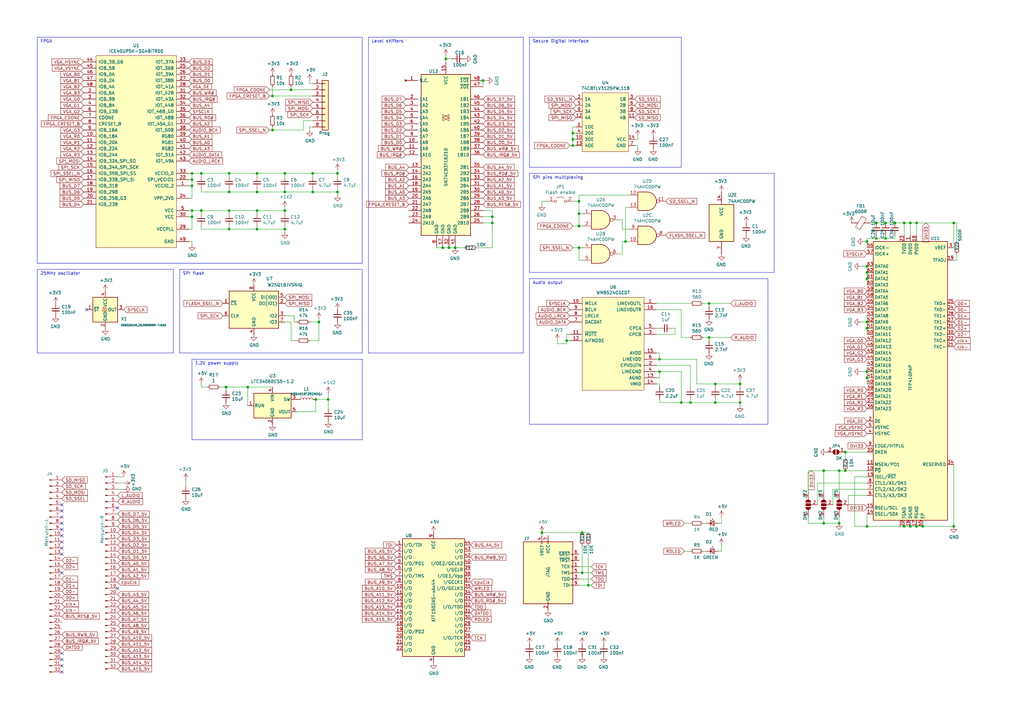
<source format=kicad_sch>
(kicad_sch (version 20211123) (generator eeschema)
  (paper "A3")
  (title_block (title "VERA module") (date "2020-07-04") (rev "4") (company "(C) 2020 Frank van den Hoef"))
  (junction (at 344.17 214.63))
  (junction (at 367.03 91.44))
  (junction (at 355.6 114.3))
  (junction (at 105.41 71.12))
  (junction (at 105.41 78.74))
  (junction (at 303.53 165.1))
  (junction (at 237.49 101.6))
  (junction (at 373.38 91.44))
  (junction (at 234.95 54.61))
  (junction (at 128.27 78.74))
  (junction (at 337.82 214.63))
  (junction (at 116.84 71.12))
  (junction (at 105.41 86.36))
  (junction (at 111.76 39.37))
  (junction (at 134.62 163.83))
  (junction (at 391.16 91.44))
  (junction (at 182.88 24.13))
  (junction (at 344.17 193.04))
  (junction (at 128.27 71.12))
  (junction (at 237.49 82.55))
  (junction (at 270.51 147.32))
  (junction (at 355.6 152.4))
  (junction (at 359.41 97.79))
  (junction (at 355.6 132.08))
  (junction (at 283.21 165.1))
  (junction (at 290.83 124.46))
  (junction (at 138.43 71.12))
  (junction (at 78.74 88.9))
  (junction (at 391.16 215.9))
  (junction (at 355.6 109.22))
  (junction (at 82.55 71.12))
  (junction (at 78.74 71.12))
  (junction (at 375.92 215.9))
  (junction (at 186.69 101.6))
  (junction (at 378.46 215.9))
  (junction (at 130.81 132.08))
  (junction (at 370.84 91.44))
  (junction (at 337.82 193.04))
  (junction (at 198.12 33.02))
  (junction (at 93.98 71.12))
  (junction (at 232.41 139.7))
  (junction (at 359.41 91.44))
  (junction (at 222.25 218.44))
  (junction (at 373.38 215.9))
  (junction (at 256.54 99.06))
  (junction (at 93.98 78.74))
  (junction (at 346.71 193.04))
  (junction (at 129.54 163.83))
  (junction (at 346.71 185.42))
  (junction (at 270.51 152.4))
  (junction (at 105.41 93.98))
  (junction (at 93.98 93.98))
  (junction (at 375.92 91.44))
  (junction (at 201.93 88.9))
  (junction (at 293.37 165.1))
  (junction (at 119.38 36.83))
  (junction (at 116.84 86.36))
  (junction (at 363.22 97.79))
  (junction (at 238.76 218.44))
  (junction (at 184.15 101.6))
  (junction (at 290.83 138.43))
  (junction (at 355.6 154.94))
  (junction (at 78.74 76.2))
  (junction (at 234.95 59.69))
  (junction (at 370.84 215.9))
  (junction (at 363.22 91.44))
  (junction (at 82.55 86.36))
  (junction (at 78.74 73.66))
  (junction (at 355.6 99.06))
  (junction (at 92.71 158.75))
  (junction (at 234.95 57.15))
  (junction (at 138.43 78.74))
  (junction (at 355.6 111.76))
  (junction (at 241.3 240.03))
  (junction (at 116.84 78.74))
  (junction (at 116.84 93.98))
  (junction (at 111.76 53.34))
  (junction (at 237.49 87.63))
  (junction (at 237.49 92.71))
  (junction (at 78.74 86.36))
  (junction (at 101.6 158.75))
  (junction (at 279.4 165.1))
  (junction (at 201.93 91.44))
  (junction (at 303.53 157.48))
  (junction (at 93.98 86.36))
  (junction (at 355.6 215.9))
  (junction (at 238.76 234.95))
  (junction (at 293.37 157.48))
  (junction (at 181.61 101.6))
  (junction (at 355.6 134.62))
  (no_connect (at 25.4 209.55))
  (no_connect (at 48.26 208.28))
  (no_connect (at 25.4 275.59))
  (no_connect (at 25.4 207.01))
  (no_connect (at 25.4 222.25))
  (no_connect (at 25.4 214.63))
  (no_connect (at 25.4 227.33))
  (no_connect (at 25.4 217.17))
  (no_connect (at 25.4 267.97))
  (no_connect (at 25.4 270.51))
  (no_connect (at 25.4 219.71))
  (no_connect (at 25.4 273.05))
  (no_connect (at 25.4 234.95))
  (no_connect (at 48.26 241.3))
  (no_connect (at 25.4 224.79))
  (no_connect (at 25.4 212.09))
  (no_connect (at 35.56 127))
  (wire (pts (xy 331.47 193.04) (xy 337.82 193.04)))
  (wire (pts (xy 82.55 71.12) (xy 78.74 71.12)))
  (wire (pts (xy 270.51 144.78) (xy 270.51 147.32)))
  (wire (pts (xy 232.41 140.97) (xy 228.6 140.97)))
  (wire (pts (xy 283.21 149.86) (xy 283.21 158.75)))
  (wire (pts (xy 119.38 132.08) (xy 119.38 139.7)))
  (wire (pts (xy 290.83 124.46) (xy 290.83 125.73)))
  (wire (pts (xy 111.76 39.37) (xy 111.76 35.56)))
  (wire (pts (xy 128.27 77.47) (xy 128.27 78.74)))
  (wire (pts (xy 78.74 93.98) (xy 78.74 88.9)))
  (wire (pts (xy 270.51 165.1) (xy 270.51 163.83)))
  (wire (pts (xy 270.51 147.32) (xy 285.75 147.32)))
  (wire (pts (xy 355.6 134.62) (xy 355.6 137.16)))
  (wire (pts (xy 82.55 71.12) (xy 93.98 71.12)))
  (wire (pts (xy 359.41 96.52) (xy 359.41 97.79)))
  (wire (pts (xy 269.24 157.48) (xy 270.51 157.48)))
  (wire (pts (xy 138.43 78.74) (xy 138.43 77.47)))
  (wire (pts (xy 128.27 78.74) (xy 138.43 78.74)))
  (wire (pts (xy 373.38 215.9) (xy 370.84 215.9)))
  (polyline (pts (xy 151.13 144.78) (xy 151.13 15.24)) (stroke (width 0) (type solid)))
  (wire (pts (xy 234.95 59.69) (xy 236.22 59.69)))
  (wire (pts (xy 129.54 168.91) (xy 129.54 163.83)))
  (wire (pts (xy 128.27 34.29) (xy 127 34.29)))
  (polyline (pts (xy 217.17 111.76) (xy 217.17 71.12)) (stroke (width 0) (type solid)))
  (wire (pts (xy 279.4 152.4) (xy 279.4 165.1)))
  (wire (pts (xy 347.98 203.2) (xy 347.98 207.01)))
  (polyline (pts (xy 78.74 147.32) (xy 148.59 147.32)) (stroke (width 0) (type solid)))
  (wire (pts (xy 93.98 86.36) (xy 93.98 87.63)))
  (wire (pts (xy 201.93 86.36) (xy 201.93 88.9)))
  (wire (pts (xy 82.55 77.47) (xy 82.55 78.74)))
  (wire (pts (xy 237.49 101.6) (xy 237.49 106.68)))
  (polyline (pts (xy 151.13 144.78) (xy 214.63 144.78)) (stroke (width 0) (type solid)))
  (wire (pts (xy 359.41 97.79) (xy 363.22 97.79)))
  (wire (pts (xy 93.98 78.74) (xy 105.41 78.74)))
  (wire (pts (xy 228.6 140.97) (xy 228.6 139.7)))
  (wire (pts (xy 255.27 90.17) (xy 255.27 93.98)))
  (wire (pts (xy 77.47 73.66) (xy 78.74 73.66)))
  (wire (pts (xy 256.54 99.06) (xy 255.27 99.06)))
  (wire (pts (xy 261.62 59.69) (xy 261.62 60.96)))
  (wire (pts (xy 373.38 91.44) (xy 375.92 91.44)))
  (wire (pts (xy 350.52 195.58) (xy 350.52 215.9)))
  (wire (pts (xy 138.43 71.12) (xy 138.43 72.39)))
  (wire (pts (xy 234.95 54.61) (xy 234.95 57.15)))
  (wire (pts (xy 78.74 73.66) (xy 78.74 76.2)))
  (wire (pts (xy 355.6 97.79) (xy 359.41 97.79)))
  (wire (pts (xy 48.26 200.66) (xy 50.8 200.66)))
  (wire (pts (xy 77.47 71.12) (xy 78.74 71.12)))
  (wire (pts (xy 78.74 86.36) (xy 82.55 86.36)))
  (wire (pts (xy 128.27 72.39) (xy 128.27 71.12)))
  (wire (pts (xy 85.09 158.75) (xy 82.55 158.75)))
  (wire (pts (xy 78.74 71.12) (xy 78.74 73.66)))
  (wire (pts (xy 121.92 168.91) (xy 129.54 168.91)))
  (wire (pts (xy 77.47 81.28) (xy 78.74 81.28)))
  (wire (pts (xy 105.41 86.36) (xy 116.84 86.36)))
  (wire (pts (xy 233.68 137.16) (xy 232.41 137.16)))
  (wire (pts (xy 242.57 240.03) (xy 241.3 240.03)))
  (wire (pts (xy 237.49 82.55) (xy 237.49 87.63)))
  (wire (pts (xy 222.25 218.44) (xy 222.25 219.71)))
  (polyline (pts (xy 217.17 71.12) (xy 317.5 71.12)) (stroke (width 0) (type solid)))
  (wire (pts (xy 82.55 72.39) (xy 82.55 71.12)))
  (wire (pts (xy 293.37 157.48) (xy 293.37 158.75)))
  (wire (pts (xy 283.21 163.83) (xy 283.21 165.1)))
  (wire (pts (xy 236.22 54.61) (xy 234.95 54.61)))
  (wire (pts (xy 242.57 234.95) (xy 238.76 234.95)))
  (polyline (pts (xy 279.4 68.58) (xy 279.4 15.24)) (stroke (width 0) (type solid)))
  (wire (pts (xy 269.24 137.16) (xy 276.86 137.16)))
  (wire (pts (xy 269.24 149.86) (xy 283.21 149.86)))
  (wire (pts (xy 82.55 158.75) (xy 82.55 157.48)))
  (polyline (pts (xy 15.24 107.95) (xy 15.24 15.24)) (stroke (width 0) (type solid)))
  (polyline (pts (xy 73.66 144.78) (xy 73.66 110.49)) (stroke (width 0) (type solid)))
  (wire (pts (xy 346.71 193.04) (xy 344.17 193.04)))
  (wire (pts (xy 392.43 99.06) (xy 392.43 91.44)))
  (wire (pts (xy 116.84 129.54) (xy 120.65 129.54)))
  (wire (pts (xy 238.76 234.95) (xy 237.49 234.95)))
  (wire (pts (xy 182.88 22.86) (xy 182.88 24.13)))
  (wire (pts (xy 270.51 154.94) (xy 269.24 154.94)))
  (wire (pts (xy 331.47 212.09) (xy 331.47 214.63)))
  (wire (pts (xy 370.84 96.52) (xy 370.84 91.44)))
  (wire (pts (xy 82.55 93.98) (xy 93.98 93.98)))
  (wire (pts (xy 236.22 57.15) (xy 234.95 57.15)))
  (wire (pts (xy 276.86 134.62) (xy 275.59 134.62)))
  (wire (pts (xy 392.43 91.44) (xy 391.16 91.44)))
  (wire (pts (xy 82.55 92.71) (xy 82.55 93.98)))
  (wire (pts (xy 93.98 86.36) (xy 105.41 86.36)))
  (wire (pts (xy 116.84 86.36) (xy 116.84 87.63)))
  (wire (pts (xy 355.6 99.06) (xy 355.6 97.79)))
  (wire (pts (xy 257.81 99.06) (xy 256.54 99.06)))
  (polyline (pts (xy 71.12 144.78) (xy 71.12 110.49)) (stroke (width 0) (type solid)))
  (wire (pts (xy 355.6 132.08) (xy 355.6 134.62)))
  (wire (pts (xy 355.6 198.12) (xy 335.28 198.12)))
  (wire (pts (xy 303.53 157.48) (xy 293.37 157.48)))
  (wire (pts (xy 128.27 71.12) (xy 138.43 71.12)))
  (wire (pts (xy 295.91 226.06) (xy 294.64 226.06)))
  (wire (pts (xy 392.43 106.68) (xy 392.43 104.14)))
  (wire (pts (xy 127 52.07) (xy 127 53.34)))
  (wire (pts (xy 201.93 101.6) (xy 195.58 101.6)))
  (polyline (pts (xy 73.66 110.49) (xy 148.59 110.49)) (stroke (width 0) (type solid)))
  (wire (pts (xy 222.25 82.55) (xy 222.25 83.82)))
  (wire (pts (xy 261.62 57.15) (xy 261.62 55.88)))
  (wire (pts (xy 391.16 215.9) (xy 378.46 215.9)))
  (wire (pts (xy 119.38 36.83) (xy 110.49 36.83)))
  (wire (pts (xy 344.17 193.04) (xy 337.82 193.04)))
  (wire (pts (xy 293.37 157.48) (xy 285.75 157.48)))
  (polyline (pts (xy 217.17 111.76) (xy 317.5 111.76)) (stroke (width 0) (type solid)))
  (wire (pts (xy 93.98 71.12) (xy 105.41 71.12)))
  (polyline (pts (xy 73.66 144.78) (xy 148.59 144.78)) (stroke (width 0) (type solid)))
  (wire (pts (xy 77.47 99.06) (xy 78.74 99.06)))
  (wire (pts (xy 354.33 99.06) (xy 355.6 99.06)))
  (wire (pts (xy 93.98 92.71) (xy 93.98 93.98)))
  (wire (pts (xy 116.84 93.98) (xy 116.84 92.71)))
  (polyline (pts (xy 15.24 110.49) (xy 71.12 110.49)) (stroke (width 0) (type solid)))
  (wire (pts (xy 185.42 24.13) (xy 182.88 24.13)))
  (wire (pts (xy 111.76 39.37) (xy 110.49 39.37)))
  (wire (pts (xy 290.83 138.43) (xy 299.72 138.43)))
  (wire (pts (xy 295.91 223.52) (xy 295.91 226.06)))
  (wire (pts (xy 335.28 198.12) (xy 335.28 207.01)))
  (wire (pts (xy 116.84 132.08) (xy 119.38 132.08)))
  (wire (pts (xy 127 139.7) (xy 130.81 139.7)))
  (wire (pts (xy 184.15 101.6) (xy 186.69 101.6)))
  (wire (pts (xy 78.74 81.28) (xy 78.74 76.2)))
  (wire (pts (xy 355.6 195.58) (xy 350.52 195.58)))
  (polyline (pts (xy 148.59 144.78) (xy 148.59 110.49)) (stroke (width 0) (type solid)))
  (wire (pts (xy 355.6 114.3) (xy 355.6 111.76)))
  (wire (pts (xy 355.6 215.9) (xy 355.6 210.82)))
  (wire (pts (xy 242.57 237.49) (xy 237.49 237.49)))
  (wire (pts (xy 198.12 35.56) (xy 198.12 33.02)))
  (wire (pts (xy 254 90.17) (xy 255.27 90.17)))
  (wire (pts (xy 237.49 92.71) (xy 234.95 92.71)))
  (wire (pts (xy 288.29 124.46) (xy 290.83 124.46)))
  (wire (pts (xy 78.74 86.36) (xy 77.47 86.36)))
  (polyline (pts (xy 217.17 173.99) (xy 217.17 114.3)) (stroke (width 0) (type solid)))
  (wire (pts (xy 238.76 223.52) (xy 238.76 234.95)))
  (wire (pts (xy 238.76 218.44) (xy 241.3 218.44)))
  (wire (pts (xy 344.17 214.63) (xy 344.17 212.09)))
  (wire (pts (xy 241.3 223.52) (xy 241.3 240.03)))
  (wire (pts (xy 255.27 93.98) (xy 257.81 93.98)))
  (wire (pts (xy 355.6 101.6) (xy 355.6 99.06)))
  (wire (pts (xy 190.5 101.6) (xy 186.69 101.6)))
  (polyline (pts (xy 314.96 173.99) (xy 314.96 114.3)) (stroke (width 0) (type solid)))
  (wire (pts (xy 256.54 85.09) (xy 256.54 99.06)))
  (wire (pts (xy 290.83 138.43) (xy 290.83 139.7)))
  (wire (pts (xy 116.84 93.98) (xy 116.84 95.25)))
  (wire (pts (xy 391.16 106.68) (xy 392.43 106.68)))
  (wire (pts (xy 276.86 137.16) (xy 276.86 134.62)))
  (wire (pts (xy 198.12 86.36) (xy 201.93 86.36)))
  (polyline (pts (xy 78.74 180.34) (xy 148.59 180.34)) (stroke (width 0) (type solid)))
  (wire (pts (xy 105.41 71.12) (xy 116.84 71.12)))
  (wire (pts (xy 127 34.29) (xy 127 33.02)))
  (polyline (pts (xy 15.24 144.78) (xy 15.24 110.49)) (stroke (width 0) (type solid)))
  (wire (pts (xy 128.27 39.37) (xy 111.76 39.37)))
  (wire (pts (xy 237.49 106.68) (xy 238.76 106.68)))
  (wire (pts (xy 303.53 156.21) (xy 303.53 157.48)))
  (wire (pts (xy 341.63 200.66) (xy 341.63 207.01)))
  (polyline (pts (xy 148.59 15.24) (xy 148.59 107.95)) (stroke (width 0) (type solid)))
  (wire (pts (xy 129.54 163.83) (xy 134.62 163.83)))
  (wire (pts (xy 279.4 165.1) (xy 270.51 165.1)))
  (wire (pts (xy 234.95 59.69) (xy 233.68 59.69)))
  (wire (pts (xy 370.84 215.9) (xy 355.6 215.9)))
  (wire (pts (xy 116.84 85.09) (xy 116.84 86.36)))
  (wire (pts (xy 295.91 212.09) (xy 295.91 214.63)))
  (wire (pts (xy 260.35 57.15) (xy 261.62 57.15)))
  (wire (pts (xy 130.81 132.08) (xy 127 132.08)))
  (wire (pts (xy 355.6 129.54) (xy 355.6 132.08)))
  (polyline (pts (xy 217.17 173.99) (xy 314.96 173.99)) (stroke (width 0) (type solid)))
  (wire (pts (xy 295.91 214.63) (xy 294.64 214.63)))
  (wire (pts (xy 346.71 185.42) (xy 346.71 187.96)))
  (wire (pts (xy 128.27 36.83) (xy 119.38 36.83)))
  (wire (pts (xy 355.6 152.4) (xy 353.06 152.4)))
  (wire (pts (xy 359.41 91.44) (xy 356.87 91.44)))
  (wire (pts (xy 101.6 158.75) (xy 111.76 158.75)))
  (wire (pts (xy 179.07 101.6) (xy 181.61 101.6)))
  (wire (pts (xy 232.41 137.16) (xy 232.41 139.7)))
  (wire (pts (xy 201.93 88.9) (xy 201.93 91.44)))
  (wire (pts (xy 198.12 88.9) (xy 201.93 88.9)))
  (wire (pts (xy 280.67 226.06) (xy 283.21 226.06)))
  (wire (pts (xy 237.49 80.01) (xy 257.81 80.01)))
  (wire (pts (xy 355.6 200.66) (xy 341.63 200.66)))
  (wire (pts (xy 198.12 91.44) (xy 201.93 91.44)))
  (wire (pts (xy 92.71 158.75) (xy 101.6 158.75)))
  (wire (pts (xy 279.4 138.43) (xy 283.21 138.43)))
  (wire (pts (xy 119.38 139.7) (xy 121.92 139.7)))
  (wire (pts (xy 105.41 92.71) (xy 105.41 93.98)))
  (wire (pts (xy 359.41 91.44) (xy 363.22 91.44)))
  (wire (pts (xy 76.2 196.85) (xy 76.2 199.39)))
  (wire (pts (xy 105.41 72.39) (xy 105.41 71.12)))
  (wire (pts (xy 105.41 78.74) (xy 105.41 77.47)))
  (wire (pts (xy 234.95 57.15) (xy 234.95 59.69)))
  (wire (pts (xy 355.6 203.2) (xy 347.98 203.2)))
  (wire (pts (xy 269.24 124.46) (xy 283.21 124.46)))
  (polyline (pts (xy 217.17 68.58) (xy 279.4 68.58)) (stroke (width 0) (type solid)))
  (wire (pts (xy 134.62 161.29) (xy 134.62 163.83)))
  (wire (pts (xy 289.56 214.63) (xy 288.29 214.63)))
  (wire (pts (xy 331.47 214.63) (xy 337.82 214.63)))
  (wire (pts (xy 344.17 193.04) (xy 344.17 201.93)))
  (wire (pts (xy 331.47 193.04) (xy 331.47 201.93)))
  (wire (pts (xy 237.49 92.71) (xy 237.49 87.63)))
  (wire (pts (xy 391.16 190.5) (xy 391.16 215.9)))
  (wire (pts (xy 355.6 193.04) (xy 346.71 193.04)))
  (wire (pts (xy 289.56 226.06) (xy 288.29 226.06)))
  (wire (pts (xy 279.4 127) (xy 279.4 138.43)))
  (wire (pts (xy 78.74 88.9) (xy 78.74 86.36)))
  (wire (pts (xy 378.46 215.9) (xy 375.92 215.9)))
  (wire (pts (xy 355.6 111.76) (xy 355.6 109.22)))
  (wire (pts (xy 82.55 78.74) (xy 93.98 78.74)))
  (wire (pts (xy 130.81 132.08) (xy 130.81 130.81)))
  (polyline (pts (xy 214.63 144.78) (xy 214.63 15.24)) (stroke (width 0) (type solid)))
  (wire (pts (xy 201.93 91.44) (xy 201.93 101.6)))
  (wire (pts (xy 111.76 53.34) (xy 124.46 53.34)))
  (wire (pts (xy 242.57 232.41) (xy 237.49 232.41)))
  (polyline (pts (xy 15.24 144.78) (xy 71.12 144.78)) (stroke (width 0) (type solid)))
  (wire (pts (xy 363.22 96.52) (xy 363.22 97.79)))
  (wire (pts (xy 116.84 77.47) (xy 116.84 78.74)))
  (wire (pts (xy 303.53 165.1) (xy 303.53 166.37)))
  (wire (pts (xy 269.24 127) (xy 279.4 127)))
  (wire (pts (xy 237.49 101.6) (xy 234.95 101.6)))
  (wire (pts (xy 232.41 139.7) (xy 233.68 139.7)))
  (wire (pts (xy 355.6 152.4) (xy 355.6 154.94)))
  (wire (pts (xy 283.21 165.1) (xy 293.37 165.1)))
  (wire (pts (xy 232.41 139.7) (xy 232.41 140.97)))
  (wire (pts (xy 116.84 71.12) (xy 128.27 71.12)))
  (wire (pts (xy 373.38 96.52) (xy 373.38 91.44)))
  (wire (pts (xy 138.43 80.01) (xy 138.43 78.74)))
  (wire (pts (xy 124.46 49.53) (xy 128.27 49.53)))
  (wire (pts (xy 337.82 193.04) (xy 337.82 201.93)))
  (wire (pts (xy 280.67 214.63) (xy 283.21 214.63)))
  (wire (pts (xy 105.41 78.74) (xy 116.84 78.74)))
  (polyline (pts (xy 317.5 111.76) (xy 317.5 71.12)) (stroke (width 0) (type solid)))
  (wire (pts (xy 290.83 124.46) (xy 299.72 124.46)))
  (wire (pts (xy 355.6 132.08) (xy 353.06 132.08)))
  (wire (pts (xy 224.79 82.55) (xy 222.25 82.55)))
  (wire (pts (xy 134.62 163.83) (xy 134.62 167.64)))
  (wire (pts (xy 355.6 149.86) (xy 355.6 152.4)))
  (wire (pts (xy 78.74 76.2) (xy 77.47 76.2)))
  (wire (pts (xy 270.51 134.62) (xy 269.24 134.62)))
  (wire (pts (xy 367.03 91.44) (xy 370.84 91.44)))
  (polyline (pts (xy 148.59 180.34) (xy 148.59 147.32)) (stroke (width 0) (type solid)))
  (polyline (pts (xy 151.13 15.24) (xy 214.63 15.24)) (stroke (width 0) (type solid)))
  (wire (pts (xy 370.84 91.44) (xy 373.38 91.44)))
  (wire (pts (xy 270.51 152.4) (xy 270.51 154.94)))
  (wire (pts (xy 48.26 198.12) (xy 50.8 198.12)))
  (wire (pts (xy 93.98 77.47) (xy 93.98 78.74)))
  (wire (pts (xy 363.22 97.79) (xy 367.03 97.79)))
  (wire (pts (xy 270.51 152.4) (xy 279.4 152.4)))
  (polyline (pts (xy 15.24 15.24) (xy 148.59 15.24)) (stroke (width 0) (type solid)))
  (wire (pts (xy 48.26 195.58) (xy 50.8 195.58)))
  (wire (pts (xy 367.03 97.79) (xy 367.03 96.52)))
  (polyline (pts (xy 217.17 15.24) (xy 279.4 15.24)) (stroke (width 0) (type solid)))
  (wire (pts (xy 241.3 240.03) (xy 237.49 240.03)))
  (wire (pts (xy 82.55 86.36) (xy 82.55 87.63)))
  (wire (pts (xy 77.47 88.9) (xy 78.74 88.9)))
  (wire (pts (xy 237.49 87.63) (xy 238.76 87.63)))
  (wire (pts (xy 238.76 101.6) (xy 237.49 101.6)))
  (polyline (pts (xy 148.59 107.95) (xy 15.24 107.95)) (stroke (width 0) (type solid)))
  (wire (pts (xy 285.75 157.48) (xy 285.75 147.32)))
  (wire (pts (xy 120.65 132.08) (xy 121.92 132.08)))
  (wire (pts (xy 92.71 158.75) (xy 90.17 158.75)))
  (wire (pts (xy 181.61 101.6) (xy 184.15 101.6)))
  (wire (pts (xy 363.22 91.44) (xy 367.03 91.44)))
  (wire (pts (xy 77.47 93.98) (xy 78.74 93.98)))
  (wire (pts (xy 293.37 165.1) (xy 293.37 163.83)))
  (wire (pts (xy 270.51 147.32) (xy 269.24 147.32)))
  (wire (pts (xy 303.53 157.48) (xy 303.53 158.75)))
  (wire (pts (xy 130.81 139.7) (xy 130.81 132.08)))
  (polyline (pts (xy 217.17 68.58) (xy 217.17 15.24)) (stroke (width 0) (type solid)))
  (wire (pts (xy 269.24 144.78) (xy 270.51 144.78)))
  (wire (pts (xy 293.37 165.1) (xy 303.53 165.1)))
  (wire (pts (xy 257.81 85.09) (xy 256.54 85.09)))
  (wire (pts (xy 82.55 86.36) (xy 93.98 86.36)))
  (wire (pts (xy 222.25 218.44) (xy 238.76 218.44)))
  (wire (pts (xy 105.41 86.36) (xy 105.41 87.63)))
  (wire (pts (xy 198.12 33.02) (xy 199.39 33.02)))
  (wire (pts (xy 355.6 116.84) (xy 355.6 114.3)))
  (wire (pts (xy 350.52 215.9) (xy 355.6 215.9)))
  (wire (pts (xy 260.35 59.69) (xy 261.62 59.69)))
  (wire (pts (xy 182.88 24.13) (xy 182.88 25.4)))
  (wire (pts (xy 238.76 92.71) (xy 237.49 92.71)))
  (polyline (pts (xy 78.74 180.34) (xy 78.74 147.32)) (stroke (width 0) (type solid)))
  (wire (pts (xy 116.84 72.39) (xy 116.84 71.12)))
  (wire (pts (xy 391.16 91.44) (xy 391.16 101.6)))
  (wire (pts (xy 120.65 129.54) (xy 120.65 132.08)))
  (wire (pts (xy 375.92 96.52) (xy 375.92 91.44)))
  (polyline (pts (xy 217.17 114.3) (xy 314.96 114.3)) (stroke (width 0) (type solid)))
  (wire (pts (xy 105.41 93.98) (xy 116.84 93.98)))
  (wire (pts (xy 355.6 109.22) (xy 353.06 109.22)))
  (wire (pts (xy 92.71 158.75) (xy 92.71 160.02)))
  (wire (pts (xy 110.49 53.34) (xy 111.76 53.34)))
  (wire (pts (xy 93.98 72.39) (xy 93.98 71.12)))
  (wire (pts (xy 303.53 163.83) (xy 303.53 165.1)))
  (wire (pts (xy 116.84 78.74) (xy 128.27 78.74)))
  (wire (pts (xy 237.49 82.55) (xy 237.49 80.01)))
  (wire (pts (xy 355.6 185.42) (xy 346.71 185.42)))
  (wire (pts (xy 101.6 166.37) (xy 101.6 158.75)))
  (wire (pts (xy 111.76 53.34) (xy 111.76 52.07)))
  (wire (pts (xy 234.95 52.07) (xy 234.95 54.61)))
  (wire (pts (xy 119.38 36.83) (xy 119.38 35.56)))
  (wire (pts (xy 283.21 165.1) (xy 279.4 165.1)))
  (wire (pts (xy 269.24 152.4) (xy 270.51 152.4)))
  (wire (pts (xy 234.95 82.55) (xy 237.49 82.55)))
  (wire (pts (xy 337.82 212.09) (xy 337.82 214.63)))
  (wire (pts (xy 236.22 52.07) (xy 234.95 52.07)))
  (wire (pts (xy 255.27 104.14) (xy 254 104.14)))
  (wire (pts (xy 138.43 69.85) (xy 138.43 71.12)))
  (wire (pts (xy 375.92 215.9) (xy 373.38 215.9)))
  (wire (pts (xy 375.92 91.44) (xy 391.16 91.44)))
  (wire (pts (xy 124.46 53.34) (xy 124.46 49.53)))
  (wire (pts (xy 78.74 99.06) (xy 78.74 100.33)))
  (wire (pts (xy 355.6 154.94) (xy 355.6 157.48)))
  (wire (pts (xy 288.29 138.43) (xy 290.83 138.43)))
  (wire (pts (xy 270.51 157.48) (xy 270.51 158.75)))
  (wire (pts (xy 93.98 93.98) (xy 105.41 93.98)))
  (wire (pts (xy 337.82 214.63) (xy 344.17 214.63)))
  (wire (pts (xy 255.27 99.06) (xy 255.27 104.14)))
  (wire (pts (xy 128.27 52.07) (xy 127 52.07)))
  (text "Secure Digital Interface" (at 218.44 17.78 0) (effects (font (size 1.27 1.27)) (justify left bottom)))
  (text "FPGA" (at 16.51 17.78 0) (effects (font (size 1.27 1.27)) (justify left bottom)))
  (text "25MHz oscillator" (at 16.51 113.03 0) (effects (font (size 1.27 1.27)) (justify left bottom)))
  (text "Audio output" (at 218.44 116.84 0) (effects (font (size 1.27 1.27)) (justify left bottom)))
  (text "Level shifters" (at 152.4 17.78 0) (effects (font (size 1.27 1.27)) (justify left bottom)))
  (text "SPI pins multiplexing" (at 218.44 73.66 0) (effects (font (size 1.27 1.27)) (justify left bottom)))
  (text "1.2V power supply" (at 80.01 149.86 0) (effects (font (size 1.27 1.27)) (justify left bottom)))
  (text "SPI flash" (at 74.93 113.03 0) (effects (font (size 1.27 1.27)) (justify left bottom)))
  (global_label "VGA_B2" (shape input) (at 34.29 35.56 180) (property "Intersheet References" "${INTERSHEET_REFS}" (effects hide)))
  (global_label "VGA_B0" (shape input) (at 34.29 30.48 180) (property "Intersheet References" "${INTERSHEET_REFS}" (effects hide)))
  (global_label "BUS_IRQ#" (shape input) (at 77.47 40.64 0) (property "Intersheet References" "${INTERSHEET_REFS}" (effects hide)))
  (global_label "VGA_G2" (shape input) (at 34.29 45.72 180) (property "Intersheet References" "${INTERSHEET_REFS}" (effects hide)))
  (global_label "TDI" (shape input) (at 242.57 240.03 0) (property "Intersheet References" "${INTERSHEET_REFS}" (effects hide)))
  (global_label "SPI_MISO" (shape input) (at 116.84 124.46 0) (property "Intersheet References" "${INTERSHEET_REFS}" (effects hide)))
  (global_label "BUS_A5_5V" (shape input) (at 48.26 248.92 0) (property "Intersheet References" "${INTERSHEET_REFS}" (effects hide)))
  (global_label "BUS_A0" (shape input) (at 77.47 58.42 0) (property "Intersheet References" "${INTERSHEET_REFS}" (effects hide)))
  (global_label "BUS_D4" (shape input) (at 166.37 48.26 180) (property "Intersheet References" "${INTERSHEET_REFS}" (effects hide)))
  (global_label "VGA_G0" (shape input) (at 355.6 139.7 180) (property "Intersheet References" "${INTERSHEET_REFS}" (effects hide)))
  (global_label "BUS_D4" (shape input) (at 34.29 83.82 180) (property "Intersheet References" "${INTERSHEET_REFS}" (effects hide)))
  (global_label "BUS_A0_5V" (shape input) (at 198.12 78.74 0) (property "Intersheet References" "${INTERSHEET_REFS}" (effects hide)))
  (global_label "D0-" (shape input) (at 391.16 127 0) (property "Intersheet References" "${INTERSHEET_REFS}" (effects hide)))
  (global_label "SPI_MISO" (shape input) (at 128.27 41.91 180) (property "Intersheet References" "${INTERSHEET_REFS}" (effects hide)))
  (global_label "SPI_MOSI" (shape input) (at 34.29 66.04 180) (property "Intersheet References" "${INTERSHEET_REFS}" (effects hide)))
  (global_label "AUDIO_DATA" (shape input) (at 233.68 132.08 180) (property "Intersheet References" "${INTERSHEET_REFS}" (effects hide)))
  (global_label "BUS_D4_5V" (shape input) (at 198.12 48.26 0) (property "Intersheet References" "${INTERSHEET_REFS}" (effects hide)))
  (global_label "BUS_RES#_5V" (shape input) (at 198.12 83.82 0) (property "Intersheet References" "${INTERSHEET_REFS}" (effects hide)))
  (global_label "VGA_R3" (shape input) (at 34.29 63.5 180) (property "Intersheet References" "${INTERSHEET_REFS}" (effects hide)))
  (global_label "BUS_D0" (shape input) (at 166.37 58.42 180) (property "Intersheet References" "${INTERSHEET_REFS}" (effects hide)))
  (global_label "D0+" (shape input) (at 25.4 245.11 0) (property "Intersheet References" "${INTERSHEET_REFS}" (effects hide)))
  (global_label "D2+" (shape input) (at 25.4 232.41 0) (property "Intersheet References" "${INTERSHEET_REFS}" (effects hide)))
  (global_label "SD_MOSI" (shape input) (at 260.35 43.18 0) (property "Intersheet References" "${INTERSHEET_REFS}" (effects hide)))
  (global_label "L_AUDIO" (shape input) (at 299.72 124.46 0) (property "Intersheet References" "${INTERSHEET_REFS}" (effects hide)))
  (global_label "BUS_D2" (shape input) (at 166.37 53.34 180) (property "Intersheet References" "${INTERSHEET_REFS}" (effects hide)))
  (global_label "SYSCLK" (shape input) (at 77.47 45.72 0) (property "Intersheet References" "${INTERSHEET_REFS}" (effects hide)))
  (global_label "SPI_MOSI" (shape input) (at 128.27 44.45 180) (property "Intersheet References" "${INTERSHEET_REFS}" (effects hide)))
  (global_label "BUS_A14_5V" (shape input) (at 162.56 251.46 180) (property "Intersheet References" "${INTERSHEET_REFS}" (effects hide)))
  (global_label "VGA_HSYNC" (shape input) (at 355.6 177.8 180) (property "Intersheet References" "${INTERSHEET_REFS}" (effects hide)))
  (global_label "SPI_MISO" (shape input) (at 236.22 48.26 180) (property "Intersheet References" "${INTERSHEET_REFS}" (effects hide)))
  (global_label "BUS_RWB_5V" (shape input) (at 193.04 228.6 0) (property "Intersheet References" "${INTERSHEET_REFS}" (effects hide)))
  (global_label "BUS_A3_5V" (shape input) (at 48.26 243.84 0) (property "Intersheet References" "${INTERSHEET_REFS}" (effects hide)))
  (global_label "clk-" (shape input) (at 25.4 250.19 0) (property "Intersheet References" "${INTERSHEET_REFS}" (effects hide)))
  (global_label "SPI_SSEL_N" (shape input) (at 234.95 101.6 180) (property "Intersheet References" "${INTERSHEET_REFS}" (effects hide)))
  (global_label "BUS_D1_5V" (shape input) (at 48.26 226.06 0) (property "Intersheet References" "${INTERSHEET_REFS}" (effects hide)))
  (global_label "DVI33" (shape input) (at 355.6 182.88 180) (property "Intersheet References" "${INTERSHEET_REFS}" (effects hide)))
  (global_label "DVI33" (shape input) (at 379.73 91.44 270) (property "Intersheet References" "${INTERSHEET_REFS}" (effects hide)))
  (global_label "VGA_DE" (shape input) (at 77.47 35.56 0) (property "Intersheet References" "${INTERSHEET_REFS}" (effects hide)))
  (global_label "BUS_A1" (shape input) (at 77.47 55.88 0) (property "Intersheet References" "${INTERSHEET_REFS}" (effects hide)))
  (global_label "TMS" (shape input) (at 242.57 234.95 0) (property "Intersheet References" "${INTERSHEET_REFS}" (effects hide)))
  (global_label "BUS_A6_5V" (shape input) (at 48.26 251.46 0) (property "Intersheet References" "${INTERSHEET_REFS}" (effects hide)))
  (global_label "D1-" (shape input) (at 391.16 132.08 0) (property "Intersheet References" "${INTERSHEET_REFS}" (effects hide)))
  (global_label "D1-" (shape input) (at 25.4 237.49 0) (property "Intersheet References" "${INTERSHEET_REFS}" (effects hide)))
  (global_label "WRLED" (shape input) (at 193.04 241.3 0) (property "Intersheet References" "${INTERSHEET_REFS}" (effects hide)))
  (global_label "D1+" (shape input) (at 391.16 129.54 0) (property "Intersheet References" "${INTERSHEET_REFS}" (effects hide)))
  (global_label "BUS_RD#" (shape input) (at 167.64 71.12 180) (property "Intersheet References" "${INTERSHEET_REFS}" (effects hide)))
  (global_label "RDLED" (shape input) (at 280.67 226.06 180) (property "Intersheet References" "${INTERSHEET_REFS}" (effects hide)))
  (global_label "VGA_R2" (shape input) (at 355.6 165.1 180) (property "Intersheet References" "${INTERSHEET_REFS}" (effects hide)))
  (global_label "BUS_D2_5V" (shape input) (at 198.12 53.34 0) (property "Intersheet References" "${INTERSHEET_REFS}" (effects hide)))
  (global_label "D0+" (shape input) (at 391.16 124.46 0) (property "Intersheet References" "${INTERSHEET_REFS}" (effects hide)))
  (global_label "BUS_A3_5V" (shape input) (at 198.12 81.28 0) (property "Intersheet References" "${INTERSHEET_REFS}" (effects hide)))
  (global_label "BUS_D6_5V" (shape input) (at 48.26 213.36 0) (property "Intersheet References" "${INTERSHEET_REFS}" (effects hide)))
  (global_label "BUS_A4_5V" (shape input) (at 198.12 68.58 0) (property "Intersheet References" "${INTERSHEET_REFS}" (effects hide)))
  (global_label "BUS_D0_5V" (shape input) (at 48.26 228.6 0) (property "Intersheet References" "${INTERSHEET_REFS}" (effects hide)))
  (global_label "DATDD" (shape input) (at 193.04 251.46 0) (property "Intersheet References" "${INTERSHEET_REFS}" (effects hide)))
  (global_label "VGA_G1" (shape input) (at 34.29 43.18 180) (property "Intersheet References" "${INTERSHEET_REFS}" (effects hide)))
  (global_label "FPGA_CRESET_B" (shape input) (at 110.49 39.37 180) (property "Intersheet References" "${INTERSHEET_REFS}" (effects hide)))
  (global_label "FPGA_CDONE" (shape input) (at 110.49 36.83 180) (property "Intersheet References" "${INTERSHEET_REFS}" (effects hide)))
  (global_label "BUS_A7_5V" (shape input) (at 48.26 254 0) (property "Intersheet References" "${INTERSHEET_REFS}" (effects hide)))
  (global_label "SPI_SCK" (shape input) (at 34.29 68.58 180) (property "Intersheet References" "${INTERSHEET_REFS}" (effects hide)))
  (global_label "BUS_RD#_5V" (shape input) (at 193.04 246.38 0) (property "Intersheet References" "${INTERSHEET_REFS}" (effects hide)))
  (global_label "TCK" (shape input) (at 193.04 261.62 0) (property "Intersheet References" "${INTERSHEET_REFS}" (effects hide)))
  (global_label "SD_MISO" (shape input) (at 260.35 48.26 0) (property "Intersheet References" "${INTERSHEET_REFS}" (effects hide)))
  (global_label "BUS_D3_5V" (shape input) (at 198.12 50.8 0) (property "Intersheet References" "${INTERSHEET_REFS}" (effects hide)))
  (global_label "FLASH_SSEL_N" (shape input) (at 273.05 96.52 0) (property "Intersheet References" "${INTERSHEET_REFS}" (effects hide)))
  (global_label "BUS_A12_5V" (shape input) (at 48.26 266.7 0) (property "Intersheet References" "${INTERSHEET_REFS}" (effects hide)))
  (global_label "BUS_D1" (shape input) (at 166.37 55.88 180) (property "Intersheet References" "${INTERSHEET_REFS}" (effects hide)))
  (global_label "TMS" (shape input) (at 162.56 236.22 180) (property "Intersheet References" "${INTERSHEET_REFS}" (effects hide)))
  (global_label "SD_SSEL" (shape input) (at 260.35 40.64 0) (property "Intersheet References" "${INTERSHEET_REFS}" (effects hide)))
  (global_label "VGA_G3" (shape input) (at 34.29 53.34 180) (property "Intersheet References" "${INTERSHEET_REFS}" (effects hide)))
  (global_label "BUS_A0_5V" (shape input) (at 48.26 231.14 0) (property "Intersheet References" "${INTERSHEET_REFS}" (effects hide)))
  (global_label "cpuClk" (shape input) (at 193.04 238.76 0) (property "Intersheet References" "${INTERSHEET_REFS}" (effects hide)))
  (global_label "BUS_A8_5V" (shape input) (at 162.56 233.68 180) (property "Intersheet References" "${INTERSHEET_REFS}" (effects hide)))
  (global_label "L_AUDIO" (shape input) (at 48.26 203.2 0) (property "Intersheet References" "${INTERSHEET_REFS}" (effects hide)))
  (global_label "TCK" (shape input) (at 242.57 232.41 0) (property "Intersheet References" "${INTERSHEET_REFS}" (effects hide)))
  (global_label "clk+" (shape input) (at 391.16 139.7 0) (property "Intersheet References" "${INTERSHEET_REFS}" (effects hide)))
  (global_label "BUS_D5" (shape input) (at 34.29 81.28 180) (property "Intersheet References" "${INTERSHEET_REFS}" (effects hide)))
  (global_label "BUS_D2_5V" (shape input) (at 48.26 223.52 0) (property "Intersheet References" "${INTERSHEET_REFS}" (effects hide)))
  (global_label "BUS_D4_5V" (shape input) (at 48.26 218.44 0) (property "Intersheet References" "${INTERSHEET_REFS}" (effects hide)))
  (global_label "VGA_DE" (shape input) (at 355.6 172.72 180) (property "Intersheet References" "${INTERSHEET_REFS}" (effects hide)))
  (global_label "VGA_B0" (shape input) (at 355.6 119.38 180) (property "Intersheet References" "${INTERSHEET_REFS}" (effects hide)))
  (global_label "WRLED" (shape input) (at 280.67 214.63 180) (property "Intersheet References" "${INTERSHEET_REFS}" (effects hide)))
  (global_label "D2-" (shape input) (at 25.4 229.87 0) (property "Intersheet References" "${INTERSHEET_REFS}" (effects hide)))
  (global_label "clk+" (shape input) (at 25.4 247.65 0) (property "Intersheet References" "${INTERSHEET_REFS}" (effects hide)))
  (global_label "BUS_IRQ#_5V" (shape input) (at 25.4 262.89 0) (property "Intersheet References" "${INTERSHEET_REFS}" (effects hide)))
  (global_label "BUS_A11_5V" (shape input) (at 162.56 243.84 180) (property "Intersheet References" "${INTERSHEET_REFS}" (effects hide)))
  (global_label "BUS_D0_5V" (shape input) (at 198.12 58.42 0) (property "Intersheet References" "${INTERSHEET_REFS}" (effects hide)))
  (global_label "BUS_A9_5V" (shape input) (at 162.56 238.76 180) (property "Intersheet References" "${INTERSHEET_REFS}" (effects hide)))
  (global_label "SD_SSEL_N" (shape input) (at 273.05 82.55 0) (property "Intersheet References" "${INTERSHEET_REFS}" (effects hide)))
  (global_label "VGA_B2" (shape input) (at 355.6 124.46 180) (property "Intersheet References" "${INTERSHEET_REFS}" (effects hide)))
  (global_label "FPGA_CDONE" (shape input) (at 234.95 92.71 180) (property "Intersheet References" "${INTERSHEET_REFS}" (effects hide)))
  (global_label "BUS_A12_5V" (shape input) (at 162.56 246.38 180) (property "Intersheet References" "${INTERSHEET_REFS}" (effects hide)))
  (global_label "BUS_A3" (shape input) (at 77.47 60.96 0) (property "Intersheet References" "${INTERSHEET_REFS}" (effects hide)))
  (global_label "BUS_A4_5V" (shape input) (at 48.26 246.38 0) (property "Intersheet References" "${INTERSHEET_REFS}" (effects hide)))
  (global_label "VGA_R1" (shape input) (at 34.29 58.42 180) (property "Intersheet References" "${INTERSHEET_REFS}" (effects hide)))
  (global_label "BUS_A4" (shape input) (at 77.47 43.18 0) (property "Intersheet References" "${INTERSHEET_REFS}" (effects hide)))
  (global_label "SD_MISO" (shape input) (at 25.4 196.85 0) (property "Intersheet References" "${INTERSHEET_REFS}" (effects hide)))
  (global_label "BUS_A15_5V" (shape input) (at 48.26 274.32 0) (property "Intersheet References" "${INTERSHEET_REFS}" (effects hide)))
  (global_label "BUS_D3" (shape input) (at 166.37 50.8 180) (property "Intersheet References" "${INTERSHEET_REFS}" (effects hide)))
  (global_label "BUS_A3" (shape input) (at 167.64 81.28 180) (property "Intersheet References" "${INTERSHEET_REFS}" (effects hide)))
  (global_label "SPI_SCK" (shape input) (at 128.27 46.99 180) (property "Intersheet References" "${INTERSHEET_REFS}" (effects hide)))
  (global_label "SPI_SCK" (shape input) (at 236.22 45.72 180) (property "Intersheet References" "${INTERSHEET_REFS}" (effects hide)))
  (global_label "FPGA_CDONE" (shape input) (at 34.29 48.26 180) (property "Intersheet References" "${INTERSHEET_REFS}" (effects hide)))
  (global_label "BUS_WR#" (shape input) (at 166.37 60.96 180) (property "Intersheet References" "${INTERSHEET_REFS}" (effects hide)))
  (global_label "BUS_D7_5V" (shape input) (at 48.26 210.82 0) (property "Intersheet References" "${INTERSHEET_REFS}" (effects hide)))
  (global_label "SPI_MOSI" (shape input) (at 236.22 43.18 180) (property "Intersheet References" "${INTERSHEET_REFS}" (effects hide)))
  (global_label "BUS_D3" (shape input) (at 77.47 25.4 0) (property "Intersheet References" "${INTERSHEET_REFS}" (effects hide)))
  (global_label "BUS_WR#" (shape input) (at 77.47 38.1 0) (property "Intersheet References" "${INTERSHEET_REFS}" (effects hide)))
  (global_label "FPGA_CRESET_B" (shape input) (at 167.64 83.82 180) (property "Intersheet References" "${INTERSHEET_REFS}" (effects hide)))
  (global_label "BUS_D7" (shape input) (at 166.37 40.64 180) (property "Intersheet References" "${INTERSHEET_REFS}" (effects hide)))
  (global_label "SD_MOSI" (shape input) (at 25.4 201.93 0) (property "Intersheet References" "${INTERSHEET_REFS}" (effects hide)))
  (global_label "BUS_D0" (shape input) (at 77.47 33.02 0) (property "Intersheet References" "${INTERSHEET_REFS}" (effects hide)))
  (global_label "RDLED" (shape input) (at 193.04 254 0) (property "Intersheet References" "${INTERSHEET_REFS}" (effects hide)))
  (global_label "BUS_IRQ#" (shape input) (at 166.37 63.5 180) (property "Intersheet References" "${INTERSHEET_REFS}" (effects hide)))
  (global_label "BUS_RES#_5V" (shape input) (at 25.4 252.73 0) (property "Intersheet References" "${INTERSHEET_REFS}" (effects hide)))
  (global_label "BUS_A10_5V" (shape input) (at 48.26 261.62 0) (property "Intersheet References" "${INTERSHEET_REFS}" (effects hide)))
  (global_label "BUS_D1" (shape input) (at 77.47 30.48 0) (property "Intersheet References" "${INTERSHEET_REFS}" (effects hide)))
  (global_label "BUS_D5" (shape input) (at 166.37 45.72 180) (property "Intersheet References" "${INTERSHEET_REFS}" (effects hide)))
  (global_label "VGA_G1" (shape input) (at 355.6 142.24 180) (property "Intersheet References" "${INTERSHEET_REFS}" (effects hide)))
  (global_label "BUS_D1_5V" (shape input) (at 198.12 55.88 0) (property "Intersheet References" "${INTERSHEET_REFS}" (effects hide)))
  (global_label "SD_SCK" (shape input) (at 25.4 199.39 0) (property "Intersheet References" "${INTERSHEET_REFS}" (effects hide)))
  (global_label "VGA_G0" (shape input) (at 34.29 40.64 180) (property "Intersheet References" "${INTERSHEET_REFS}" (effects hide)))
  (global_label "clk-" (shape input) (at 391.16 142.24 0) (property "Intersheet References" "${INTERSHEET_REFS}" (effects hide)))
  (global_label "D2-" (shape input) (at 391.16 137.16 0) (property "Intersheet References" "${INTERSHEET_REFS}" (effects hide)))
  (global_label "BUS_A2_5V" (shape input) (at 198.12 73.66 0) (property "Intersheet References" "${INTERSHEET_REFS}" (effects hide)))
  (global_label "BUS_D5_5V" (shape input) (at 198.12 45.72 0) (property "Intersheet References" "${INTERSHEET_REFS}" (effects hide)))
  (global_label "BUS_RWB_5V" (shape input) (at 25.4 260.35 0) (property "Intersheet References" "${INTERSHEET_REFS}" (effects hide)))
  (global_label "BUS_A2" (shape input) (at 77.47 50.8 0) (property "Intersheet References" "${INTERSHEET_REFS}" (effects hide)))
  (global_label "DATDD" (shape input) (at 25.4 265.43 0) (property "Intersheet References" "${INTERSHEET_REFS}" (effects hide)))
  (global_label "SD_SCK" (shape input) (at 260.35 45.72 0) (property "Intersheet References" "${INTERSHEET_REFS}" (effects hide)))
  (global_label "BUS_WR#_5V" (shape input) (at 198.12 60.96 0) (property "Intersheet References" "${INTERSHEET_REFS}" (effects hide)))
  (global_label "BUS_A13_5V" (shape input) (at 162.56 248.92 180) (property "Intersheet References" "${INTERSHEET_REFS}" (effects hide)))
  (global_label "TDI" (shape input) (at 162.56 223.52 180) (property "Intersheet References" "${INTERSHEET_REFS}" (effects hide)))
  (global_label "VGA_R2" (shape input) (at 34.29 60.96 180) (property "Intersheet References" "${INTERSHEET_REFS}" (effects hide)))
  (global_label "BUS_WR#_5V" (shape input) (at 193.04 243.84 0) (property "Intersheet References" "${INTERSHEET_REFS}" (effects hide)))
  (global_label "VGA_HSYNC" (shape input) (at 34.29 25.4 180) (property "Intersheet References" "${INTERSHEET_REFS}" (effects hide)))
  (global_label "BUS_D7_5V" (shape input) (at 198.12 40.64 0) (property "Intersheet References" "${INTERSHEET_REFS}" (effects hide)))
  (global_label "SD_SSEL" (shape input) (at 25.4 204.47 0) (property "Intersheet References" "${INTERSHEET_REFS}" (effects hide)))
  (global_label "VGA_R0" (shape input) (at 34.29 55.88 180) (property "Intersheet References" "${INTERSHEET_REFS}" (effects hide)))
  (global_label "FPGA_CRESET_B" (shape input) (at 34.29 50.8 180) (property "Intersheet References" "${INTERSHEET_REFS}" (effects hide)))
  (global_label "AUDIO_LRCK" (shape input) (at 233.68 129.54 180) (property "Intersheet References" "${INTERSHEET_REFS}" (effects hide)))
  (global_label "BUS_A1_5V" (shape input) (at 198.12 76.2 0) (property "Intersheet References" "${INTERSHEET_REFS}" (effects hide)))
  (global_label "SPI_SSEL_N" (shape input) (at 110.49 53.34 180) (property "Intersheet References" "${INTERSHEET_REFS}" (effects hide)))
  (global_label "BUS_RD#" (shape input) (at 77.47 48.26 0) (property "Intersheet References" "${INTERSHEET_REFS}" (effects hide)))
  (global_label "D1+" (shape input) (at 25.4 240.03 0) (property "Intersheet References" "${INTERSHEET_REFS}" (effects hide)))
  (global_label "BUS_IRQ#_5V" (shape input) (at 198.12 63.5 0) (property "Intersheet References" "${INTERSHEET_REFS}" (effects hide)))
  (global_label "cpuClk" (shape input) (at 48.26 238.76 0) (property "Intersheet References" "${INTERSHEET_REFS}" (effects hide)))
  (global_label "SPI_MISO" (shape input) (at 34.29 73.66 180) (property "Intersheet References" "${INTERSHEET_REFS}" (effects hide)))
  (global_label "SPI_MOSI" (shape input) (at 116.84 121.92 0) (property "Intersheet References" "${INTERSHEET_REFS}" (effects hide)))
  (global_label "TDO" (shape input) (at 242.57 237.49 0) (property "Intersheet References" "${INTERSHEET_REFS}" (effects hide)))
  (global_label "VGA_B1" (shape input) (at 34.29 33.02 180) (property "Intersheet References" "${INTERSHEET_REFS}" (effects hide)))
  (global_label "BUS_D6_5V" (shape input) (at 198.12 43.18 0) (property "Intersheet References" "${INTERSHEET_REFS}" (effects hide)))
  (global_label "SYSCLK" (shape input) (at 355.6 104.14 180) (property "Intersheet References" "${INTERSHEET_REFS}" (effects hide)))
  (global_label "AUDIO_DATA" (shape input) (at 77.47 63.5 0) (property "Intersheet References" "${INTERSHEET_REFS}" (effects hide)))
  (global_label "BUS_A1_5V" (shape input) (at 48.26 233.68 0) (property "Intersheet References" "${INTERSHEET_REFS}" (effects hide)))
  (global_label "D0-" (shape input) (at 25.4 242.57 0) (property "Intersheet References" "${INTERSHEET_REFS}" (effects hide)))
  (global_label "BUS_A8_5V" (shape input) (at 48.26 256.54 0) (property "Intersheet References" "${INTERSHEET_REFS}" (effects hide)))
  (global_label "VGA_B3" (shape input) (at 34.29 38.1 180) (property "Intersheet References" "${INTERSHEET_REFS}" (effects hide)))
  (global_label "D2+" (shape input) (at 391.16 134.62 0) (property "Intersheet References" "${INTERSHEET_REFS}" (effects hide)))
  (global_label "BUS_A13_5V" (shape input) (at 48.26 269.24 0) (property "Intersheet References" "${INTERSHEET_REFS}" (effects hide)))
  (global_label "VGA_VSYNC" (shape input) (at 355.6 175.26 180) (property "Intersheet References" "${INTERSHEET_REFS}" (effects hide)))
  (global_label "R_AUDIO" (shape input) (at 299.72 138.43 0) (property "Intersheet References" "${INTERSHEET_REFS}" (effects hide)))
  (global_label "BUS_A15_5V" (shape input) (at 162.56 254 180) (property "Intersheet References" "${INTERSHEET_REFS}" (effects hide)))
  (global_label "AUDIO_BCK" (shape input) (at 77.47 53.34 0) (property "Intersheet References" "${INTERSHEET_REFS}" (effects hide)))
  (global_label "BUS_D6" (shape input) (at 166.37 43.18 180) (property "Intersheet References" "${INTERSHEET_REFS}" (effects hide)))
  (global_label "VGA_B1" (shape input) (at 355.6 121.92 180) (property "Intersheet References" "${INTERSHEET_REFS}" (effects hide)))
  (global_label "BUS_D2" (shape input) (at 77.47 27.94 0) (property "Intersheet References" "${INTERSHEET_REFS}" (effects hide)))
  (global_label "SD_SSEL_N" (shape input) (at 236.22 40.64 180) (property "Intersheet References" "${INTERSHEET_REFS}" (effects hide)))
  (global_label "BUS_A0" (shape input) (at 167.64 78.74 180) (property "Intersheet References" "${INTERSHEET_REFS}" (effects hide)))
  (global_label "SYSCLK" (shape input) (at 233.68 124.46 180) (property "Intersheet References" "${INTERSHEET_REFS}" (effects hide)))
  (global_label "BUS_D6" (shape input) (at 34.29 78.74 180) (property "Intersheet References" "${INTERSHEET_REFS}" (effects hide)))
  (global_label "BUS_RD#_5V" (shape input) (at 198.12 71.12 0) (property "Intersheet References" "${INTERSHEET_REFS}" (effects hide)))
  (global_label "DVI33" (shape input) (at 355.6 208.28 180) (property "Intersheet References" "${INTERSHEET_REFS}" (effects hide)))
  (global_label "VGA_G2" (shape input) (at 355.6 144.78 180) (property "Intersheet References" "${INTERSHEET_REFS}" (effects hide)))
  (global_label "SPI_SSEL_N" (shape input) (at 34.29 71.12 180) (property "Intersheet References" "${INTERSHEET_REFS}" (effects hide)))
  (global_label "BUS_A2" (shape input) (at 167.64 73.66 180) (property "Intersheet References" "${INTERSHEET_REFS}" (effects hide)))
  (global_label "BUS_D5_5V" (shape input) (at 48.26 215.9 0) (property "Intersheet References" "${INTERSHEET_REFS}" (effects hide)))
  (global_label "BUS_A4" (shape input) (at 167.64 68.58 180) (property "Intersheet References" "${INTERSHEET_REFS}" (effects hide)))
  (global_label "BUS_A5_5V" (shape input) (at 162.56 226.06 180) (property "Intersheet References" "${INTERSHEET_REFS}" (effects hide)))
  (global_label "BUS_A2_5V" (shape input) (at 48.26 236.22 0) (property "Intersheet References" "${INTERSHEET_REFS}" (effects hide)))
  (global_label "FLASH_SSEL_N" (shape input) (at 91.44 124.46 180) (property "Intersheet References" "${INTERSHEET_REFS}" (effects hide)))
  (global_label "AUDIO_BCK" (shape input) (at 233.68 127 180) (property "Intersheet References" "${INTERSHEET_REFS}" (effects hide)))
  (global_label "VGA_R3" (shape input) (at 355.6 167.64 180) (property "Intersheet References" "${INTERSHEET_REFS}" (effects hide)))
  (global_label "FPGA_CDONE" (shape input) (at 233.68 59.69 180) (property "Intersheet References" "${INTERSHEET_REFS}" (effects hide)))
  (global_label "BUS_A10_5V" (shape input) (at 162.56 241.3 180) (property "Intersheet References" "${INTERSHEET_REFS}" (effects hide)))
  (global_label "VGA_R0" (shape input) (at 355.6 160.02 180) (property "Intersheet References" "${INTERSHEET_REFS}" (effects hide)))
  (global_label "VGA_B3" (shape input) (at 355.6 127 180) (property "Intersheet References" "${INTERSHEET_REFS}" (effects hide)))
  (global_label "BUS_A1" (shape input) (at 167.64 76.2 180) (property "Intersheet References" "${INTERSHEET_REFS}" (effects hide)))
  (global_label "BUS_A9_5V" (shape input) (at 48.26 259.08 0) (property "Intersheet References" "${INTERSHEET_REFS}" (effects hide)))
  (global_label "BUS_A11_5V" (shape input) (at 48.26 264.16 0) (property "Intersheet References" "${INTERSHEET_REFS}" (effects hide)))
  (global_label "BUS_A14_5V" (shape input) (at 48.26 271.78 0) (property "Intersheet References" "${INTERSHEET_REFS}" (effects hide)))
  (global_label "AUDIO_LRCK" (shape input) (at 77.47 66.04 0) (property "Intersheet References" "${INTERSHEET_REFS}" (effects hide)))
  (global_label "VGA_VSYNC" (shape input) (at 34.29 27.94 180) (property "Intersheet References" "${INTERSHEET_REFS}" (effects hide)))
  (global_label "BUS_A4_5V" (shape input) (at 193.04 223.52 0) (property "Intersheet References" "${INTERSHEET_REFS}" (effects hide)))
  (global_label "BUS_A6_5V" (shape input) (at 162.56 228.6 180) (property "Intersheet References" "${INTERSHEET_REFS}" (effects hide)))
  (global_label "VGA_R1" (shape input) (at 355.6 162.56 180) (property "Intersheet References" "${INTERSHEET_REFS}" (effects hide)))
  (global_label "DVI33" (shape input) (at 332.74 193.04 270) (property "Intersheet References" "${INTERSHEET_REFS}" (effects hide)))
  (global_label "BUS_A7_5V" (shape input) (at 162.56 231.14 180) (property "Intersheet References" "${INTERSHEET_REFS}" (effects hide)))
  (global_label "BUS_D3_5V" (shape input) (at 48.26 220.98 0) (property "Intersheet References" "${INTERSHEET_REFS}" (effects hide)))
  (global_label "SYSCLK" (shape input) (at 50.8 127 0) (property "Intersheet References" "${INTERSHEET_REFS}" (effects hide)))
  (global_label "BUS_D7" (shape input) (at 34.29 76.2 180) (property "Intersheet References" "${INTERSHEET_REFS}" (effects hide)))
  (global_label "TDO" (shape input) (at 193.04 248.92 0) (property "Intersheet References" "${INTERSHEET_REFS}" (effects hide)))
  (global_label "VGA_G3" (shape input) (at 355.6 147.32 180) (property "Intersheet References" "${INTERSHEET_REFS}" (effects hide)))
  (global_label "SPI_SCK" (shape input) (at 91.44 129.54 180) (property "Intersheet References" "${INTERSHEET_REFS}" (effects hide)))
  (global_label "R_AUDIO" (shape input) (at 48.26 205.74 0) (property "Intersheet References" "${INTERSHEET_REFS}" (effects hide)))
  (symbol (lib_id "vera-module:ICE40UP5K-SG48ITR50") (at 39.37 22.86 0) (unit 1)
    (property "Reference" "U1" (at 55.88 18.669 0))
    (property "Value" "ICE40UP5K-SG48ITR50" (at 55.88 20.9804 0))
    (property "Footprint" "Package_DFN_QFN:QFN-48-1EP_7x7mm_P0.5mm_EP5.3x5.3mm" (effects hide))
  )
  (symbol (lib_id "vera-module:WM8524CGEDT") (at 238.76 121.92 0) (unit 1)
    (property "Reference" "U6" (at 251.46 117.729 0))
    (property "Value" "WM8524CGEDT" (at 251.46 120.0404 0))
    (property "Footprint" "Package_SO:TSSOP-16_4.4x5mm_P0.65mm" (effects hide))
  )
  (symbol (lib_id "Device:C_Small") (at 82.55 74.93 0) (unit 1)
    (property "Reference" "C3" (at 84.8868 73.7616 0) (effects (justify left)))
    (property "Value" "100nF" (at 84.8868 76.073 0) (effects (justify left)))
    (property "Footprint" "Capacitor_SMD:C_0603_1608Metric_Pad1.08x0.95mm_HandSolder" (effects hide))
  )
  (symbol (lib_id "power:GND") (at 138.43 80.01 0) (unit 1)
    (property "Reference" "#PWR019" (effects hide))
    (property "Value" "GND" (at 138.557 84.4042 0))
  )
  (symbol (lib_id "Device:C_Small") (at 93.98 74.93 0) (unit 1)
    (property "Reference" "C4" (at 96.3168 73.7616 0) (effects (justify left)))
    (property "Value" "100nF" (at 96.3168 76.073 0) (effects (justify left)))
    (property "Footprint" "Capacitor_SMD:C_0603_1608Metric_Pad1.08x0.95mm_HandSolder" (effects hide))
  )
  (symbol (lib_id "Device:C_Small") (at 105.41 74.93 0) (unit 1)
    (property "Reference" "C5" (at 107.7468 73.7616 0) (effects (justify left)))
    (property "Value" "100nF" (at 107.7468 76.073 0) (effects (justify left)))
    (property "Footprint" "Capacitor_SMD:C_0603_1608Metric_Pad1.08x0.95mm_HandSolder" (effects hide))
  )
  (symbol (lib_id "Device:C_Small") (at 116.84 74.93 0) (unit 1)
    (property "Reference" "C6" (at 119.1768 73.7616 0) (effects (justify left)))
    (property "Value" "100nF" (at 119.1768 76.073 0) (effects (justify left)))
    (property "Footprint" "Capacitor_SMD:C_0603_1608Metric_Pad1.08x0.95mm_HandSolder" (effects hide))
  )
  (symbol (lib_id "Device:C_Small") (at 128.27 74.93 0) (unit 1)
    (property "Reference" "C7" (at 130.6068 73.7616 0) (effects (justify left)))
    (property "Value" "4.7uF" (at 130.6068 76.073 0) (effects (justify left)))
    (property "Footprint" "Capacitor_SMD:C_0603_1608Metric_Pad1.08x0.95mm_HandSolder" (effects hide))
  )
  (symbol (lib_id "Device:C_Small") (at 138.43 74.93 0) (unit 1)
    (property "Reference" "C8" (at 140.7668 73.7616 0) (effects (justify left)))
    (property "Value" "4.7uF" (at 140.7668 76.073 0) (effects (justify left)))
    (property "Footprint" "Capacitor_SMD:C_0603_1608Metric_Pad1.08x0.95mm_HandSolder" (effects hide))
  )
  (symbol (lib_id "Device:C_Small") (at 82.55 90.17 0) (unit 1)
    (property "Reference" "C9" (at 84.8868 89.0016 0) (effects (justify left)))
    (property "Value" "100nF" (at 84.8868 91.313 0) (effects (justify left)))
    (property "Footprint" "Capacitor_SMD:C_0603_1608Metric_Pad1.08x0.95mm_HandSolder" (effects hide))
  )
  (symbol (lib_id "Device:C_Small") (at 93.98 90.17 0) (unit 1)
    (property "Reference" "C10" (at 96.3168 89.0016 0) (effects (justify left)))
    (property "Value" "100nF" (at 96.3168 91.313 0) (effects (justify left)))
    (property "Footprint" "Capacitor_SMD:C_0603_1608Metric_Pad1.08x0.95mm_HandSolder" (effects hide))
  )
  (symbol (lib_id "Device:C_Small") (at 105.41 90.17 0) (unit 1)
    (property "Reference" "C11" (at 107.7468 89.0016 0) (effects (justify left)))
    (property "Value" "4.7uF" (at 107.7468 91.313 0) (effects (justify left)))
    (property "Footprint" "Capacitor_SMD:C_0603_1608Metric_Pad1.08x0.95mm_HandSolder" (effects hide))
  )
  (symbol (lib_id "Device:C_Small") (at 116.84 90.17 0) (unit 1)
    (property "Reference" "C12" (at 119.1768 89.0016 0) (effects (justify left)))
    (property "Value" "4.7uF" (at 119.1768 91.313 0) (effects (justify left)))
    (property "Footprint" "Capacitor_SMD:C_0603_1608Metric_Pad1.08x0.95mm_HandSolder" (effects hide))
  )
  (symbol (lib_id "power:GND") (at 116.84 95.25 0) (unit 1)
    (property "Reference" "#PWR023" (effects hide))
    (property "Value" "GND" (at 116.967 99.6442 0))
  )
  (symbol (lib_id "power:GND") (at 78.74 100.33 0) (unit 1)
    (property "Reference" "#PWR025" (effects hide))
    (property "Value" "GND" (at 78.867 104.7242 0))
  )
  (symbol (lib_id "power:+1V2") (at 116.84 85.09 0) (unit 1)
    (property "Reference" "#PWR022" (effects hide))
    (property "Value" "+1V2" (at 117.221 80.6958 0))
  )
  (symbol (lib_id "power:+3V3") (at 138.43 69.85 0) (unit 1)
    (property "Reference" "#PWR015" (effects hide))
    (property "Value" "+3V3" (at 138.811 65.4558 0))
  )
  (symbol (lib_id "Connector_Generic:Conn_01x08") (at 133.35 41.91 0) (unit 1)
    (property "Reference" "J2" (at 132.08 30.48 0) (effects (justify left)))
    (property "Value" "Prog" (at 130.81 54.61 0) (effects (justify left)))
    (property "Footprint" "Connector_PinHeader_1.27mm:PinHeader_1x08_P1.27mm_Vertical" (effects hide))
  )
  (symbol (lib_id "power:GND") (at 127 53.34 0) (unit 1)
    (property "Reference" "#PWR011" (effects hide))
    (property "Value" "GND" (at 127.127 57.7342 0))
  )
  (symbol (lib_id "power:+5V") (at 127 33.02 0) (unit 1)
    (property "Reference" "#PWR06" (effects hide))
    (property "Value" "+5V" (at 127.381 28.6258 0))
  )
  (symbol (lib_id "Device:R_Small") (at 119.38 33.02 0) (unit 1)
    (property "Reference" "R2" (at 120.8786 31.8516 0) (effects (justify left)))
    (property "Value" "10k" (at 120.8786 34.163 0) (effects (justify left)))
    (property "Footprint" "Resistor_SMD:R_0603_1608Metric_Pad0.98x0.95mm_HandSolder" (effects hide))
  )
  (symbol (lib_id "Device:R_Small") (at 111.76 33.02 0) (unit 1)
    (property "Reference" "R1" (at 113.2586 31.8516 0) (effects (justify left)))
    (property "Value" "10k" (at 113.2586 34.163 0) (effects (justify left)))
    (property "Footprint" "Resistor_SMD:R_0603_1608Metric_Pad0.98x0.95mm_HandSolder" (effects hide))
  )
  (symbol (lib_id "Device:R_Small") (at 111.76 49.53 0) (unit 1)
    (property "Reference" "R3" (at 113.2586 48.3616 0) (effects (justify left)))
    (property "Value" "10k" (at 113.2586 50.673 0) (effects (justify left)))
    (property "Footprint" "Resistor_SMD:R_0603_1608Metric" (effects hide))
  )
  (symbol (lib_id "power:+3V3") (at 119.38 30.48 0) (unit 1)
    (property "Reference" "#PWR05" (effects hide))
    (property "Value" "+3V3" (at 119.761 26.0858 0))
  )
  (symbol (lib_id "power:+3V3") (at 111.76 30.48 0) (unit 1)
    (property "Reference" "#PWR04" (effects hide))
    (property "Value" "+3V3" (at 112.141 26.0858 0))
  )
  (symbol (lib_id "power:+3V3") (at 111.76 46.99 0) (unit 1)
    (property "Reference" "#PWR09" (effects hide))
    (property "Value" "+3V3" (at 112.141 42.5958 0))
  )
  (symbol (lib_id "Oscillator:SG-5032CAN") (at 43.18 127 0) (unit 1)
    (property "Reference" "X1" (at 49.53 130.81 0) (effects (justify left)))
    (property "Value" "SG5032CAN_25.000000M-TJGA3" (at 49.53 133.35 0) (effects (font (size 0.762 0.762)) (justify left)))
    (property "Footprint" "Oscillator:Oscillator_SMD_SeikoEpson_SG8002LB-4Pin_5.0x3.2mm" (effects hide))
  )
  (symbol (lib_id "power:+3V3") (at 43.18 119.38 0) (unit 1)
    (property "Reference" "#PWR029" (effects hide))
    (property "Value" "+3V3" (at 43.561 114.9858 0))
  )
  (symbol (lib_id "power:GND") (at 43.18 134.62 0) (unit 1)
    (property "Reference" "#PWR034" (effects hide))
    (property "Value" "GND" (at 43.307 139.0142 0))
  )
  (symbol (lib_id "power:GND") (at 186.69 101.6 0) (mirror y) (unit 1)
    (property "Reference" "#PWR027" (effects hide))
    (property "Value" "GND" (at 186.563 105.9942 0))
  )
  (symbol (lib_id "Device:C_Small") (at 187.96 24.13 90) (unit 1)
    (property "Reference" "C16" (at 190.5 21.59 90) (effects (justify left)))
    (property "Value" "100nF" (at 191.77 26.67 90) (effects (justify left)))
    (property "Footprint" "Capacitor_SMD:C_0603_1608Metric_Pad1.08x0.95mm_HandSolder" (effects hide))
  )
  (symbol (lib_id "Device:C_Small") (at 217.17 266.7 0) (unit 1)
    (property "Reference" "C17" (at 219.5068 265.5316 0) (effects (justify left)))
    (property "Value" "100nF" (at 219.5068 267.843 0) (effects (justify left)))
    (property "Footprint" "Capacitor_SMD:C_0603_1608Metric_Pad1.08x0.95mm_HandSolder" (effects hide))
  )
  (symbol (lib_id "Device:C_Small") (at 228.6 266.7 0) (unit 1)
    (property "Reference" "C18" (at 230.9368 265.5316 0) (effects (justify left)))
    (property "Value" "100nF" (at 230.9368 267.843 0) (effects (justify left)))
    (property "Footprint" "Capacitor_SMD:C_0603_1608Metric_Pad1.08x0.95mm_HandSolder" (effects hide))
  )
  (symbol (lib_id "power:GND") (at 190.5 24.13 90) (mirror x) (unit 1)
    (property "Reference" "#PWR042" (effects hide))
    (property "Value" "GND" (at 194.8942 24.257 0))
  )
  (symbol (lib_id "power:GND") (at 217.17 269.24 0) (mirror y) (unit 1)
    (property "Reference" "#PWR043" (effects hide))
    (property "Value" "GND" (at 217.043 273.6342 0))
  )
  (symbol (lib_id "power:GND") (at 228.6 269.24 0) (mirror y) (unit 1)
    (property "Reference" "#PWR044" (effects hide))
    (property "Value" "GND" (at 228.473 273.6342 0))
  )
  (symbol (lib_id "power:+5V") (at 217.17 264.16 0) (unit 1)
    (property "Reference" "#PWR038" (effects hide))
    (property "Value" "+5V" (at 217.551 259.7658 0))
  )
  (symbol (lib_id "power:+5V") (at 228.6 264.16 0) (unit 1)
    (property "Reference" "#PWR039" (effects hide))
    (property "Value" "+5V" (at 228.981 259.7658 0))
  )
  (symbol (lib_id "power:+3V3") (at 182.88 22.86 0) (mirror y) (unit 1)
    (property "Reference" "#PWR037" (effects hide))
    (property "Value" "+3V3" (at 182.499 18.4658 0))
  )
  (symbol (lib_id "74xx:74HC00") (at 246.38 90.17 0) (unit 1)
    (property "Reference" "U2" (at 246.38 81.915 0))
    (property "Value" "74AHC00PW" (at 246.38 84.2264 0))
    (property "Footprint" "Package_SO:TSSOP-14_4.4x5mm_P0.65mm" (effects hide))
  )
  (symbol (lib_id "74xx:74HC00") (at 246.38 104.14 0) (unit 2)
    (property "Reference" "U2" (at 246.38 95.885 0))
    (property "Value" "74AHC00PW" (at 246.38 98.1964 0))
    (property "Footprint" "Package_SO:TSSOP-14_4.4x5mm_P0.65mm" (effects hide))
  )
  (symbol (lib_id "74xx:74HC00") (at 265.43 96.52 0) (unit 3)
    (property "Reference" "U2" (at 265.43 88.265 0))
    (property "Value" "74AHC00PW" (at 265.43 90.5764 0))
    (property "Footprint" "Package_SO:TSSOP-14_4.4x5mm_P0.65mm" (effects hide))
  )
  (symbol (lib_id "74xx:74HC00") (at 265.43 82.55 0) (unit 4)
    (property "Reference" "U2" (at 265.43 74.295 0))
    (property "Value" "74AHC00PW" (at 265.43 76.6064 0))
    (property "Footprint" "Package_SO:TSSOP-14_4.4x5mm_P0.65mm" (effects hide))
  )
  (symbol (lib_id "74xx:74HC00") (at 295.91 91.44 0) (unit 5)
    (property "Reference" "U2" (at 298.45 80.01 0) (effects (justify left)))
    (property "Value" "74AHC00PW" (at 298.45 82.55 0) (effects (justify left)))
    (property "Footprint" "Package_SO:TSSOP-14_4.4x5mm_P0.65mm" (effects hide))
  )
  (symbol (lib_id "Device:C_Small") (at 306.07 93.98 0) (unit 1)
    (property "Reference" "C1" (at 308.4068 92.8116 0) (effects (justify left)))
    (property "Value" "100nF" (at 308.4068 95.123 0) (effects (justify left)))
    (property "Footprint" "Capacitor_SMD:C_0603_1608Metric_Pad1.08x0.95mm_HandSolder" (effects hide))
  )
  (symbol (lib_id "power:GND") (at 295.91 104.14 0) (mirror y) (unit 1)
    (property "Reference" "#PWR010" (effects hide))
    (property "Value" "GND" (at 295.783 108.5342 0))
  )
  (symbol (lib_id "power:GND") (at 306.07 96.52 0) (mirror y) (unit 1)
    (property "Reference" "#PWR08" (effects hide))
    (property "Value" "GND" (at 305.943 100.9142 0))
  )
  (symbol (lib_id "power:+3V3") (at 295.91 78.74 0) (mirror y) (unit 1)
    (property "Reference" "#PWR02" (effects hide))
    (property "Value" "+3V3" (at 295.529 74.3458 0))
  )
  (symbol (lib_id "power:+3V3") (at 306.07 91.44 0) (mirror y) (unit 1)
    (property "Reference" "#PWR07" (effects hide))
    (property "Value" "+3V3" (at 305.689 87.0458 0))
  )
  (symbol (lib_id "Device:C_Small") (at 76.2 201.93 0) (unit 1)
    (property "Reference" "C26" (at 78.5368 200.7616 0) (effects (justify left)))
    (property "Value" "10uF" (at 78.5368 203.073 0) (effects (justify left)))
    (property "Footprint" "Capacitor_SMD:C_0805_2012Metric" (effects hide))
  )
  (symbol (lib_id "power:GND") (at 76.2 204.47 0) (unit 1)
    (property "Reference" "#PWR056" (effects hide))
    (property "Value" "GND" (at 76.327 208.8642 0))
  )
  (symbol (lib_id "power:+3V3") (at 76.2 196.85 0) (mirror y) (unit 1)
    (property "Reference" "#PWR050" (effects hide))
    (property "Value" "+3V3" (at 75.819 192.4558 0))
  )
  (symbol (lib_id "Device:C_Small") (at 92.71 162.56 0) (unit 1)
    (property "Reference" "C23" (at 95.0468 161.3916 0) (effects (justify left)))
    (property "Value" "10uF" (at 95.0468 163.703 0) (effects (justify left)))
    (property "Footprint" "Capacitor_SMD:C_0805_2012Metric" (effects hide))
  )
  (symbol (lib_id "power:GND") (at 92.71 165.1 0) (unit 1)
    (property "Reference" "#PWR051" (effects hide))
    (property "Value" "GND" (at 92.837 169.4942 0))
  )
  (symbol (lib_id "Device:R_Small") (at 87.63 158.75 270) (unit 1)
    (property "Reference" "R17" (at 87.63 153.7716 90))
    (property "Value" "1" (at 87.63 156.083 90))
    (property "Footprint" "Resistor_SMD:R_0603_1608Metric_Pad0.98x0.95mm_HandSolder" (effects hide))
  )
  (symbol (lib_id "power:+5V") (at 82.55 157.48 0) (unit 1)
    (property "Reference" "#PWR047" (effects hide))
    (property "Value" "+5V" (at 82.931 153.0858 0))
  )
  (symbol (lib_id "Device:L") (at 125.73 163.83 90) (unit 1)
    (property "Reference" "L1" (at 125.73 159.5628 90))
    (property "Value" "NRS4018T2R2MDGJ" (at 125.73 161.5948 90) (effects (font (size 0.889 0.889))))
    (property "Footprint" "Inductor_SMD:L_Bourns-SRN4018" (effects hide))
  )
  (symbol (lib_id "Device:C_Small") (at 134.62 170.18 0) (unit 1)
    (property "Reference" "C24" (at 136.9568 169.0116 0) (effects (justify left)))
    (property "Value" "10uF" (at 136.9568 171.323 0) (effects (justify left)))
    (property "Footprint" "Capacitor_SMD:C_0805_2012Metric_Pad1.18x1.45mm_HandSolder" (effects hide))
  )
  (symbol (lib_id "power:GND") (at 134.62 172.72 0) (unit 1)
    (property "Reference" "#PWR053" (effects hide))
    (property "Value" "GND" (at 134.747 177.1142 0))
  )
  (symbol (lib_id "power:+1V2") (at 134.62 161.29 0) (unit 1)
    (property "Reference" "#PWR048" (effects hide))
    (property "Value" "+1V2" (at 135.001 156.8958 0))
  )
  (symbol (lib_id "Jumper:Jumper_2_Open") (at 229.87 82.55 0) (unit 1)
    (property "Reference" "JP1" (at 229.87 76.581 0))
    (property "Value" "Flash enable" (at 229.87 78.8924 0))
    (property "Footprint" "Connector_PinHeader_1.27mm:PinHeader_1x02_P1.27mm_Vertical" (effects hide))
  )
  (symbol (lib_id "power:GND") (at 222.25 83.82 0) (mirror y) (unit 1)
    (property "Reference" "#PWR03" (effects hide))
    (property "Value" "GND" (at 222.123 88.2142 0))
  )
  (symbol (lib_id "vera-module:74CBTLV3126PW,118") (at 238.76 38.1 0) (unit 1)
    (property "Reference" "U4" (at 248.285 33.909 0))
    (property "Value" "74CBTLV3126PW,118" (at 248.285 36.2204 0))
    (property "Footprint" "Package_SO:TSSOP-14_4.4x5mm_P0.65mm" (effects hide))
  )
  (symbol (lib_id "power:GND") (at 261.62 60.96 0) (mirror y) (unit 1)
    (property "Reference" "#PWR0101" (effects hide))
    (property "Value" "GND" (at 261.493 65.3542 0))
  )
  (symbol (lib_id "power:+3V3") (at 261.62 55.88 0) (mirror y) (unit 1)
    (property "Reference" "#PWR0102" (effects hide))
    (property "Value" "+3V3" (at 261.239 51.4858 0))
  )
  (symbol (lib_id "Device:C_Small") (at 267.97 58.42 0) (unit 1)
    (property "Reference" "C27" (at 270.3068 57.2516 0) (effects (justify left)))
    (property "Value" "100nF" (at 270.3068 59.563 0) (effects (justify left)))
    (property "Footprint" "Capacitor_SMD:C_0603_1608Metric_Pad1.08x0.95mm_HandSolder" (effects hide))
  )
  (symbol (lib_id "power:GND") (at 267.97 60.96 0) (mirror y) (unit 1)
    (property "Reference" "#PWR0103" (effects hide))
    (property "Value" "GND" (at 267.843 65.3542 0))
  )
  (symbol (lib_id "power:+3V3") (at 267.97 55.88 0) (mirror y) (unit 1)
    (property "Reference" "#PWR0104" (effects hide))
    (property "Value" "+3V3" (at 267.589 51.4858 0))
  )
  (symbol (lib_id "power:+3V3") (at 228.6 139.7 0) (mirror y) (unit 1)
    (property "Reference" "#PWR036" (effects hide))
    (property "Value" "+3V3" (at 228.219 135.3058 0))
  )
  (symbol (lib_id "Device:R_Small") (at 285.75 124.46 270) (unit 1)
    (property "Reference" "R13" (at 285.75 119.4816 90))
    (property "Value" "560" (at 285.75 121.793 90))
    (property "Footprint" "Resistor_SMD:R_0603_1608Metric_Pad0.98x0.95mm_HandSolder" (effects hide))
  )
  (symbol (lib_id "Device:R_Small") (at 285.75 138.43 270) (unit 1)
    (property "Reference" "R15" (at 285.75 133.4516 90))
    (property "Value" "560" (at 285.75 135.763 90))
    (property "Footprint" "Resistor_SMD:R_0603_1608Metric_Pad0.98x0.95mm_HandSolder" (effects hide))
  )
  (symbol (lib_id "Device:C_Small") (at 273.05 134.62 270) (unit 1)
    (property "Reference" "C14" (at 273.05 128.8034 90))
    (property "Value" "1uF" (at 273.05 131.1148 90))
    (property "Footprint" "Capacitor_SMD:C_0603_1608Metric_Pad1.08x0.95mm_HandSolder" (effects hide))
  )
  (symbol (lib_id "Device:C_Small") (at 270.51 161.29 0) (unit 1)
    (property "Reference" "C20" (at 272.8468 160.1216 0) (effects (justify left)))
    (property "Value" "2.2uF" (at 272.8468 162.433 0) (effects (justify left)))
    (property "Footprint" "Capacitor_SMD:C_0603_1608Metric_Pad1.08x0.95mm_HandSolder" (effects hide))
  )
  (symbol (lib_id "Device:C_Small") (at 283.21 161.29 0) (unit 1)
    (property "Reference" "C21" (at 285.5468 160.1216 0) (effects (justify left)))
    (property "Value" "1uF" (at 285.5468 162.433 0) (effects (justify left)))
    (property "Footprint" "Capacitor_SMD:C_0603_1608Metric_Pad1.08x0.95mm_HandSolder" (effects hide))
  )
  (symbol (lib_id "power:+3V3") (at 303.53 156.21 0) (mirror y) (unit 1)
    (property "Reference" "#PWR046" (effects hide))
    (property "Value" "+3V3" (at 303.149 151.8158 0))
  )
  (symbol (lib_id "Device:C_Small") (at 290.83 128.27 0) (unit 1)
    (property "Reference" "C13" (at 293.1668 127.1016 0) (effects (justify left)))
    (property "Value" "2.7nF" (at 293.1668 129.413 0) (effects (justify left)))
    (property "Footprint" "Capacitor_SMD:C_0603_1608Metric_Pad1.08x0.95mm_HandSolder" (effects hide))
  )
  (symbol (lib_id "Device:C_Small") (at 290.83 142.24 0) (unit 1)
    (property "Reference" "C15" (at 293.1668 141.0716 0) (effects (justify left)))
    (property "Value" "2.7nF" (at 293.1668 143.383 0) (effects (justify left)))
    (property "Footprint" "Capacitor_SMD:C_0603_1608Metric_Pad1.08x0.95mm_HandSolder" (effects hide))
  )
  (symbol (lib_id "power:GND") (at 290.83 130.81 0) (mirror y) (unit 1)
    (property "Reference" "#PWR033" (effects hide))
    (property "Value" "GND" (at 290.703 135.2042 0))
  )
  (symbol (lib_id "power:GND") (at 290.83 144.78 0) (mirror y) (unit 1)
    (property "Reference" "#PWR041" (effects hide))
    (property "Value" "GND" (at 290.703 149.1742 0))
  )
  (symbol (lib_id "power:GND") (at 303.53 166.37 0) (mirror y) (unit 1)
    (property "Reference" "#PWR054" (effects hide))
    (property "Value" "GND" (at 303.403 170.7642 0))
  )
  (symbol (lib_id "Memory_Flash:W25Q32JVSS") (at 104.14 127 0) (unit 1)
    (property "Reference" "U7" (at 110.49 114.3 0))
    (property "Value" "W25Q16JVSNIQ" (at 116.84 116.84 0))
    (property "Footprint" "Package_SO:SOIC-8_3.9x4.9mm_P1.27mm" (effects hide))
  )
  (symbol (lib_id "Device:R_Small") (at 124.46 132.08 270) (unit 1)
    (property "Reference" "R14" (at 124.46 127.1016 90))
    (property "Value" "47k" (at 124.46 129.413 90))
    (property "Footprint" "Resistor_SMD:R_0603_1608Metric_Pad0.98x0.95mm_HandSolder" (effects hide))
  )
  (symbol (lib_id "Device:R_Small") (at 124.46 139.7 270) (unit 1)
    (property "Reference" "R16" (at 124.46 134.7216 90))
    (property "Value" "47k" (at 124.46 137.033 90))
    (property "Footprint" "Resistor_SMD:R_0603_1608Metric_Pad0.98x0.95mm_HandSolder" (effects hide))
  )
  (symbol (lib_id "power:+3V3") (at 104.14 116.84 0) (unit 1)
    (property "Reference" "#PWR028" (effects hide))
    (property "Value" "+3V3" (at 104.521 112.4458 0))
  )
  (symbol (lib_id "power:+3V3") (at 130.81 130.81 0) (unit 1)
    (property "Reference" "#PWR031" (effects hide))
    (property "Value" "+3V3" (at 131.191 126.4158 0))
  )
  (symbol (lib_id "power:GND") (at 104.14 137.16 0) (unit 1)
    (property "Reference" "#PWR035" (effects hide))
    (property "Value" "GND" (at 104.267 141.5542 0))
  )
  (symbol (lib_id "Device:C_Small") (at 293.37 161.29 0) (unit 1)
    (property "Reference" "C22" (at 295.7068 160.1216 0) (effects (justify left)))
    (property "Value" "4.7uF" (at 295.7068 162.433 0) (effects (justify left)))
    (property "Footprint" "Capacitor_SMD:C_0603_1608Metric_Pad1.08x0.95mm_HandSolder" (effects hide))
  )
  (symbol (lib_id "Device:C_Small") (at 138.43 129.54 0) (unit 1)
    (property "Reference" "C35" (at 140.7668 128.3716 0) (effects (justify left)))
    (property "Value" "100nF" (at 140.7668 130.683 0) (effects (justify left)))
    (property "Footprint" "Capacitor_SMD:C_0603_1608Metric_Pad1.08x0.95mm_HandSolder" (effects hide))
  )
  (symbol (lib_id "power:GND") (at 138.43 132.08 0) (mirror y) (unit 1)
    (property "Reference" "#PWR084" (effects hide))
    (property "Value" "GND" (at 138.303 136.4742 0))
  )
  (symbol (lib_id "power:+3V3") (at 138.43 127 0) (mirror y) (unit 1)
    (property "Reference" "#PWR045" (effects hide))
    (property "Value" "+3V3" (at 138.049 122.6058 0))
  )
  (symbol (lib_id "Device:C_Small") (at 22.86 127 0) (unit 1)
    (property "Reference" "C19" (at 25.1968 125.8316 0) (effects (justify left)))
    (property "Value" "100nF" (at 25.1968 128.143 0) (effects (justify left)))
    (property "Footprint" "Capacitor_SMD:C_0603_1608Metric" (effects hide))
  )
  (symbol (lib_id "power:GND") (at 22.86 129.54 0) (mirror y) (unit 1)
    (property "Reference" "#PWR083" (effects hide))
    (property "Value" "GND" (at 22.733 133.9342 0))
  )
  (symbol (lib_id "power:+3V3") (at 22.86 124.46 0) (mirror y) (unit 1)
    (property "Reference" "#PWR040" (effects hide))
    (property "Value" "+3V3" (at 22.479 120.0658 0))
  )
  (symbol (lib_id "Device:C_Small") (at 303.53 161.29 0) (unit 1)
    (property "Reference" "C37" (at 305.8668 160.1216 0) (effects (justify left)))
    (property "Value" "4.7uF" (at 305.8668 162.433 0) (effects (justify left)))
    (property "Footprint" "Capacitor_SMD:C_0603_1608Metric_Pad1.08x0.95mm_HandSolder" (effects hide))
  )
  (symbol (lib_id "Connector:Conn_01x32_Male") (at 20.32 234.95 0) (unit 1)
    (property "Reference" "J4" (at 20.32 194.31 0))
    (property "Value" "MercuryII-L" (at 19.05 218.44 90))
    (property "Footprint" "Connector_PinHeader_2.54mm:PinHeader_1x32_P2.54mm_Vertical" (effects hide))
  )
  (symbol (lib_id "Connector:Conn_01x32_Male") (at 43.18 233.68 0) (unit 1)
    (property "Reference" "J5" (at 43.18 193.04 0))
    (property "Value" "MercuryII-R" (at 41.91 217.17 90))
    (property "Footprint" "Connector_PinHeader_2.54mm:PinHeader_1x32_P2.54mm_Vertical" (effects hide))
  )
  (symbol (lib_id "CPLD_Microchip:ATF1502AS-xAx44") (at 177.8 243.84 0) (unit 1)
    (property "Reference" "U8" (at 167.64 219.71 0))
    (property "Value" "ATF1502AS-xAx44" (at 177.8 246.38 90))
    (property "Footprint" "Package_QFP:TQFP-44_10x10mm_P0.8mm" (effects hide))
    (property "Datasheet" "http://ww1.microchip.com/downloads/en/DeviceDoc/Atmel-0995-CPLD-ATF1502AS(L)-Datasheet.pdf" (effects hide))
  )
  (symbol (lib_id "jbVeraHDMI-rescue:TFP410PAP-Video") (at 373.38 154.94 0) (unit 1)
    (property "Reference" "U11" (at 383.54 97.79 0))
    (property "Value" "TFP410PAP" (at 373.38 154.94 90))
    (property "Footprint" "Package_QFP:HTQFP-64-1EP_10x10mm_P0.5mm_EP8x8mm" (effects hide))
    (property "Datasheet" "http://www.ti.com/lit/ds/symlink/tfp410.pdf" (effects hide))
  )
  (symbol (lib_id "JBX16Customs:SN74CB3T16210") (at 182.88 68.58 0) (unit 1)
    (property "Reference" "U12" (at 177.8 29.21 0))
    (property "Value" "SN74CB3T16210" (at 182.88 68.58 90))
    (property "Footprint" "Package_SO:TSSOP-48_6.1x12.5mm_P0.5mm" (effects hide))
    (property "Datasheet" "https://www.ti.com/lit/ds/symlink/sn74cb3t16210.pdf?HQS=dis-mous-null-mousermode-dsf-pf-null-wwe&ts=1636846496461&ref_url=https%253A%252F%252Fwww.mouser.com%252F" (effects hide))
  )
  (symbol (lib_id "power:+3V3") (at 50.8 198.12 270) (mirror x) (unit 1)
    (property "Reference" "#PWR0105" (effects hide))
    (property "Value" "+3V3" (at 54.61 196.85 0))
  )
  (symbol (lib_id "power:+5V") (at 50.8 195.58 0) (unit 1)
    (property "Reference" "#PWR0106" (effects hide))
    (property "Value" "+5V" (at 51.181 191.1858 0))
  )
  (symbol (lib_id "power:GND") (at 50.8 200.66 90) (unit 1)
    (property "Reference" "#PWR0107" (effects hide))
    (property "Value" "GND" (at 54.0512 200.533 90) (effects (justify right)))
  )
  (symbol (lib_id "Regulator_Switching:LTC3406BES5-1.2") (at 111.76 166.37 0) (unit 1)
    (property "Reference" "U3" (at 111.76 154.1526 0))
    (property "Value" "LTC3406BES5-1.2" (at 111.76 156.464 0))
    (property "Footprint" "Package_TO_SOT_SMD:SOT-23-5_HandSoldering" (effects hide))
    (property "Datasheet" "https://www.analog.com/media/en/technical-documentation/data-sheets/3406b12fs.pdf" (effects hide))
  )
  (symbol (lib_id "power:GND") (at 111.76 173.99 0) (unit 1)
    (property "Reference" "#PWR0125" (effects hide))
    (property "Value" "GND" (at 111.887 178.3842 0))
  )
  (symbol (lib_id "power:GND") (at 391.16 215.9 0) (unit 1)
    (property "Reference" "#PWR0108" (effects hide))
    (property "Value" "GND" (at 391.287 220.2942 0))
  )
  (symbol (lib_id "power:GND") (at 353.06 109.22 270) (unit 1)
    (property "Reference" "#PWR0109" (effects hide))
    (property "Value" "GND" (at 348.6658 109.347 0))
  )
  (symbol (lib_id "power:GND") (at 353.06 132.08 270) (unit 1)
    (property "Reference" "#PWR0110" (effects hide))
    (property "Value" "GND" (at 348.6658 132.207 0))
  )
  (symbol (lib_id "power:GND") (at 353.06 152.4 270) (unit 1)
    (property "Reference" "#PWR0111" (effects hide))
    (property "Value" "GND" (at 348.6658 152.527 0))
  )
  (symbol (lib_id "Device:C_Small") (at 363.22 93.98 0) (unit 1)
    (property "Reference" "C29" (at 361.95 97.79 90) (effects (justify left)))
    (property "Value" "100nF" (at 361.95 92.71 90) (effects (justify left)))
    (property "Footprint" "Capacitor_SMD:C_0603_1608Metric_Pad1.08x0.95mm_HandSolder" (effects hide))
  )
  (symbol (lib_id "Device:C_Small") (at 359.41 93.98 0) (unit 1)
    (property "Reference" "C28" (at 358.14 97.79 90) (effects (justify left)))
    (property "Value" "10uF" (at 358.14 92.71 90) (effects (justify left)))
    (property "Footprint" "Capacitor_SMD:C_0603_1608Metric_Pad1.08x0.95mm_HandSolder" (effects hide))
  )
  (symbol (lib_id "Device:C_Small") (at 367.03 93.98 0) (unit 1)
    (property "Reference" "C30" (at 365.76 97.79 90) (effects (justify left)))
    (property "Value" "100nF" (at 365.76 92.71 90) (effects (justify left)))
    (property "Footprint" "Capacitor_SMD:C_0603_1608Metric_Pad1.08x0.95mm_HandSolder" (effects hide))
  )
  (symbol (lib_id "Device:R_Small") (at 285.75 214.63 270) (unit 1)
    (property "Reference" "R4" (at 284.48 212.09 90) (effects (justify left)))
    (property "Value" "1K" (at 284.48 217.17 90) (effects (justify left)))
    (property "Footprint" "Resistor_SMD:R_0603_1608Metric_Pad0.98x0.95mm_HandSolder" (effects hide))
  )
  (symbol (lib_id "power:GND") (at 354.33 99.06 270) (unit 1)
    (property "Reference" "#PWR0112" (effects hide))
    (property "Value" "GND" (at 349.9358 99.187 0))
  )
  (symbol (lib_id "Device:LED_Small") (at 292.1 214.63 0) (unit 1)
    (property "Reference" "D1" (at 292.1 210.82 0) (effects (justify right)))
    (property "Value" "RED" (at 294.64 217.17 0) (effects (justify right)))
    (property "Footprint" "LED_SMD:LED_0603_1608Metric_Pad1.05x0.95mm_HandSolder" (effects hide))
  )
  (symbol (lib_id "power:+5V") (at 295.91 212.09 0) (unit 1)
    (property "Reference" "#PWR0126" (effects hide))
    (property "Value" "+5V" (at 296.291 207.6958 0))
  )
  (symbol (lib_id "Device:R_Small") (at 392.43 101.6 0) (unit 1)
    (property "Reference" "R22" (at 392.43 102.87 90) (effects (justify left)))
    (property "Value" "500R" (at 393.7 99.06 90) (effects (justify left)))
    (property "Footprint" "Resistor_SMD:R_0603_1608Metric" (effects hide))
  )
  (symbol (lib_id "Device:R_Small") (at 285.75 226.06 270) (unit 1)
    (property "Reference" "R5" (at 284.48 223.52 90) (effects (justify left)))
    (property "Value" "1K" (at 284.48 228.6 90) (effects (justify left)))
    (property "Footprint" "Resistor_SMD:R_0603_1608Metric_Pad0.98x0.95mm_HandSolder" (effects hide))
  )
  (symbol (lib_id "Device:LED_Small") (at 292.1 226.06 0) (unit 1)
    (property "Reference" "D2" (at 292.1 222.25 0) (effects (justify right)))
    (property "Value" "GREEN" (at 294.64 228.6 0) (effects (justify right)))
    (property "Footprint" "LED_SMD:LED_0603_1608Metric_Pad1.05x0.95mm_HandSolder" (effects hide))
  )
  (symbol (lib_id "power:+5V") (at 295.91 223.52 0) (unit 1)
    (property "Reference" "#PWR0127" (effects hide))
    (property "Value" "+5V" (at 296.291 219.1258 0))
  )
  (symbol (lib_id "jbVeraHDMI-rescue:Ferrite_Bead-Device") (at 353.06 91.44 270) (unit 1)
    (property "Reference" "FB1" (at 353.06 84.4804 90))
    (property "Value" "600R" (at 353.06 86.7918 90))
    (property "Footprint" "Resistor_SMD:R_0603_1608Metric_Pad0.98x0.95mm_HandSolder" (effects hide))
  )
  (symbol (lib_id "power:+3V3") (at 349.25 91.44 0) (mirror y) (unit 1)
    (property "Reference" "#PWR0113" (effects hide))
    (property "Value" "+3V3" (at 347.98 87.63 0))
  )
  (symbol (lib_id "jbVeraHDMI-rescue:SolderJumper_3_Open-Jumper") (at 344.17 207.01 90) (unit 1)
    (property "Reference" "JP5" (at 342.9 204.47 0) (effects (justify left)))
    (property "Value" "DK3" (at 342.9 213.36 0) (effects (justify left)))
    (property "Footprint" "Jumper:SolderJumper-3_P1.3mm_Open_Pad1.0x1.5mm" (effects hide))
  )
  (symbol (lib_id "jbVeraHDMI-rescue:SolderJumper_3_Open-Jumper") (at 337.82 207.01 90) (unit 1)
    (property "Reference" "JP3" (at 336.55 204.47 0) (effects (justify left)))
    (property "Value" "DK2" (at 336.55 213.36 0) (effects (justify left)))
    (property "Footprint" "Jumper:SolderJumper-3_P1.3mm_Open_Pad1.0x1.5mm" (effects hide))
  )
  (symbol (lib_id "jbVeraHDMI-rescue:SolderJumper_3_Open-Jumper") (at 331.47 207.01 90) (unit 1)
    (property "Reference" "JP2" (at 330.2 204.47 0) (effects (justify left)))
    (property "Value" "DK1" (at 330.2 213.36 0) (effects (justify left)))
    (property "Footprint" "Jumper:SolderJumper-3_P1.3mm_Open_Pad1.0x1.5mm" (effects hide))
  )
  (symbol (lib_id "power:GND") (at 344.17 214.63 0) (unit 1)
    (property "Reference" "#PWR0114" (effects hide))
    (property "Value" "GND" (at 344.297 219.0242 0))
  )
  (symbol (lib_id "Device:R_Small") (at 346.71 190.5 0) (unit 1)
    (property "Reference" "R21" (at 346.71 191.77 90) (effects (justify left)))
    (property "Value" "10K" (at 349.25 191.77 90) (effects (justify left)))
    (property "Footprint" "Resistor_SMD:R_0603_1608Metric_Pad0.98x0.95mm_HandSolder" (effects hide))
  )
  (symbol (lib_id "Jumper:SolderJumper_2_Open") (at 342.9 185.42 180) (unit 1)
    (property "Reference" "JP4" (at 342.9 182.88 0))
    (property "Value" "DK" (at 344.17 187.96 0))
    (property "Footprint" "Jumper:SolderJumper-2_P1.3mm_Open_Pad1.0x1.5mm" (effects hide))
  )
  (symbol (lib_id "power:GND") (at 339.09 185.42 270) (unit 1)
    (property "Reference" "#PWR0115" (effects hide))
    (property "Value" "GND" (at 334.6958 185.547 0))
  )
  (symbol (lib_id "power:GND") (at 199.39 33.02 90) (mirror x) (unit 1)
    (property "Reference" "#PWR0116" (effects hide))
    (property "Value" "GND" (at 203.7842 33.147 0))
  )
  (symbol (lib_id "Connector:AVR-JTAG-10") (at 224.79 234.95 0) (unit 1)
    (property "Reference" "J7" (at 217.17 220.98 0) (effects (justify right)))
    (property "Value" "JTAG" (at 224.79 232.41 90) (effects (justify right)))
    (property "Footprint" "Connector_PinHeader_1.27mm:PinHeader_2x05_P1.27mm_Vertical" (effects hide))
    (property "Datasheet" " ~" (effects hide))
  )
  (symbol (lib_id "Device:R_Small") (at 238.76 220.98 0) (unit 1)
    (property "Reference" "R10" (at 238.76 222.25 90) (effects (justify left)))
    (property "Value" "10K" (at 240.03 227.33 90) (effects (justify left)))
    (property "Footprint" "Resistor_SMD:R_0603_1608Metric_Pad0.98x0.95mm_HandSolder" (effects hide))
  )
  (symbol (lib_id "Device:R_Small") (at 241.3 220.98 0) (unit 1)
    (property "Reference" "R11" (at 241.3 222.25 90) (effects (justify left)))
    (property "Value" "10K" (at 242.57 227.33 90) (effects (justify left)))
    (property "Footprint" "Resistor_SMD:R_0603_1608Metric_Pad0.98x0.95mm_HandSolder" (effects hide))
  )
  (symbol (lib_id "power:+5V") (at 222.25 218.44 0) (unit 1)
    (property "Reference" "#PWR0117" (effects hide))
    (property "Value" "+5V" (at 222.631 214.0458 0))
  )
  (symbol (lib_id "power:+5V") (at 177.8 218.44 0) (unit 1)
    (property "Reference" "#PWR0118" (effects hide))
    (property "Value" "+5V" (at 178.181 214.0458 0))
  )
  (symbol (lib_id "power:GND") (at 224.79 250.19 0) (unit 1)
    (property "Reference" "#PWR0119" (effects hide))
    (property "Value" "GND" (at 224.917 254.5842 0))
  )
  (symbol (lib_id "power:GND") (at 177.8 271.78 0) (unit 1)
    (property "Reference" "#PWR0120" (effects hide))
    (property "Value" "GND" (at 177.927 276.1742 0))
  )
  (symbol (lib_id "Device:R_Small") (at 193.04 101.6 90) (unit 1)
    (property "Reference" "R12" (at 194.31 101.6 90) (effects (justify left)))
    (property "Value" "10K" (at 199.39 100.33 90) (effects (justify left)))
    (property "Footprint" "Resistor_SMD:R_0603_1608Metric_Pad0.98x0.95mm_HandSolder" (effects hide))
  )
  (symbol (lib_id "Device:C_Small") (at 238.76 266.7 0) (unit 1)
    (property "Reference" "C31" (at 241.0968 265.5316 0) (effects (justify left)))
    (property "Value" "100nF" (at 241.0968 267.843 0) (effects (justify left)))
    (property "Footprint" "Capacitor_SMD:C_0603_1608Metric_Pad1.08x0.95mm_HandSolder" (effects hide))
  )
  (symbol (lib_id "power:GND") (at 238.76 269.24 0) (mirror y) (unit 1)
    (property "Reference" "#PWR0121" (effects hide))
    (property "Value" "GND" (at 238.633 273.6342 0))
  )
  (symbol (lib_id "power:+5V") (at 238.76 264.16 0) (unit 1)
    (property "Reference" "#PWR0122" (effects hide))
    (property "Value" "+5V" (at 239.141 259.7658 0))
  )
  (symbol (lib_id "Device:C_Small") (at 247.65 266.7 0) (unit 1)
    (property "Reference" "C32" (at 249.9868 265.5316 0) (effects (justify left)))
    (property "Value" "100nF" (at 249.9868 267.843 0) (effects (justify left)))
    (property "Footprint" "Capacitor_SMD:C_0603_1608Metric_Pad1.08x0.95mm_HandSolder" (effects hide))
  )
  (symbol (lib_id "power:GND") (at 247.65 269.24 0) (mirror y) (unit 1)
    (property "Reference" "#PWR0123" (effects hide))
    (property "Value" "GND" (at 247.523 273.6342 0))
  )
  (symbol (lib_id "power:+5V") (at 247.65 264.16 0) (unit 1)
    (property "Reference" "#PWR0124" (effects hide))
    (property "Value" "+5V" (at 248.031 259.7658 0))
  )
)
</source>
